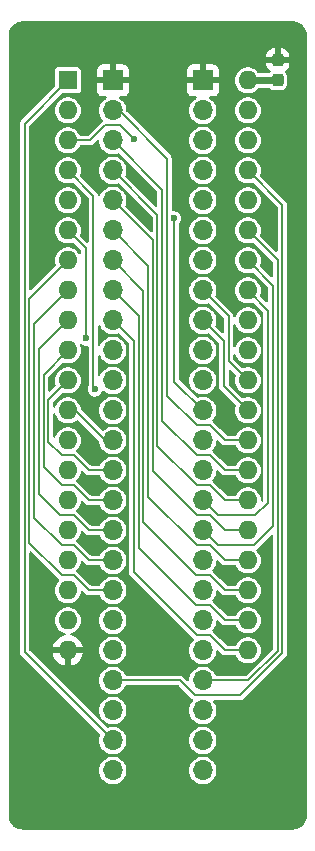
<source format=gbr>
G04 #@! TF.GenerationSoftware,KiCad,Pcbnew,8.0.4+dfsg-1*
G04 #@! TF.CreationDate,2024-12-10T10:47:18+09:00*
G04 #@! TF.ProjectId,bionic-mc146805e2,62696f6e-6963-42d6-9d63-313436383035,8*
G04 #@! TF.SameCoordinates,Original*
G04 #@! TF.FileFunction,Copper,L2,Bot*
G04 #@! TF.FilePolarity,Positive*
%FSLAX46Y46*%
G04 Gerber Fmt 4.6, Leading zero omitted, Abs format (unit mm)*
G04 Created by KiCad (PCBNEW 8.0.4+dfsg-1) date 2024-12-10 10:47:18*
%MOMM*%
%LPD*%
G01*
G04 APERTURE LIST*
G04 Aperture macros list*
%AMRoundRect*
0 Rectangle with rounded corners*
0 $1 Rounding radius*
0 $2 $3 $4 $5 $6 $7 $8 $9 X,Y pos of 4 corners*
0 Add a 4 corners polygon primitive as box body*
4,1,4,$2,$3,$4,$5,$6,$7,$8,$9,$2,$3,0*
0 Add four circle primitives for the rounded corners*
1,1,$1+$1,$2,$3*
1,1,$1+$1,$4,$5*
1,1,$1+$1,$6,$7*
1,1,$1+$1,$8,$9*
0 Add four rect primitives between the rounded corners*
20,1,$1+$1,$2,$3,$4,$5,0*
20,1,$1+$1,$4,$5,$6,$7,0*
20,1,$1+$1,$6,$7,$8,$9,0*
20,1,$1+$1,$8,$9,$2,$3,0*%
G04 Aperture macros list end*
G04 #@! TA.AperFunction,ComponentPad*
%ADD10O,1.700000X1.700000*%
G04 #@! TD*
G04 #@! TA.AperFunction,ComponentPad*
%ADD11R,1.700000X1.700000*%
G04 #@! TD*
G04 #@! TA.AperFunction,ComponentPad*
%ADD12R,1.600000X1.600000*%
G04 #@! TD*
G04 #@! TA.AperFunction,ComponentPad*
%ADD13O,1.600000X1.600000*%
G04 #@! TD*
G04 #@! TA.AperFunction,SMDPad,CuDef*
%ADD14RoundRect,0.237500X0.237500X-0.300000X0.237500X0.300000X-0.237500X0.300000X-0.237500X-0.300000X0*%
G04 #@! TD*
G04 #@! TA.AperFunction,ViaPad*
%ADD15C,0.600000*%
G04 #@! TD*
G04 #@! TA.AperFunction,Conductor*
%ADD16C,0.600000*%
G04 #@! TD*
G04 #@! TA.AperFunction,Conductor*
%ADD17C,0.200000*%
G04 #@! TD*
G04 APERTURE END LIST*
D10*
X117510000Y-133500000D03*
X117510000Y-130960000D03*
X117510000Y-128420000D03*
X117510000Y-125880000D03*
X117510000Y-123340000D03*
X117510000Y-120800000D03*
X117510000Y-118260000D03*
X117510000Y-115720000D03*
X117510000Y-113180000D03*
X117510000Y-110640000D03*
X117510000Y-108100000D03*
X117510000Y-105560000D03*
X117510000Y-103020000D03*
X117510000Y-100480000D03*
X117510000Y-97940000D03*
X117510000Y-95400000D03*
X117510000Y-92860000D03*
X117510000Y-90320000D03*
X117510000Y-87780000D03*
X117510000Y-85240000D03*
X117510000Y-82700000D03*
X117510000Y-80160000D03*
X117510000Y-77620000D03*
D11*
X117510000Y-75080000D03*
X109890000Y-75080000D03*
D10*
X109890000Y-77620000D03*
X109890000Y-80160000D03*
X109890000Y-82700000D03*
X109890000Y-85240000D03*
X109890000Y-87780000D03*
X109890000Y-90320000D03*
X109890000Y-92860000D03*
X109890000Y-95400000D03*
X109890000Y-97940000D03*
X109890000Y-100480000D03*
X109890000Y-103020000D03*
X109890000Y-105560000D03*
X109890000Y-108100000D03*
X109890000Y-110640000D03*
X109890000Y-113180000D03*
X109890000Y-115720000D03*
X109890000Y-118260000D03*
X109890000Y-120800000D03*
X109890000Y-123340000D03*
X109890000Y-125880000D03*
X109890000Y-128420000D03*
X109890000Y-130960000D03*
X109890000Y-133500000D03*
D12*
X106080000Y-75080000D03*
D13*
X106080000Y-77620000D03*
X106080000Y-80160000D03*
X106080000Y-82700000D03*
X106080000Y-85240000D03*
X106080000Y-87780000D03*
X106080000Y-90320000D03*
X106080000Y-92860000D03*
X106080000Y-95400000D03*
X106080000Y-97940000D03*
X106080000Y-100480000D03*
X106080000Y-103020000D03*
X106080000Y-105560000D03*
X106080000Y-108100000D03*
X106080000Y-110640000D03*
X106080000Y-113180000D03*
X106080000Y-115720000D03*
X106080000Y-118260000D03*
X106080000Y-120800000D03*
X106080000Y-123340000D03*
X121320000Y-123340000D03*
X121320000Y-120800000D03*
X121320000Y-118260000D03*
X121320000Y-115720000D03*
X121320000Y-113180000D03*
X121320000Y-110640000D03*
X121320000Y-108100000D03*
X121320000Y-105560000D03*
X121320000Y-103020000D03*
X121320000Y-100480000D03*
X121320000Y-97940000D03*
X121320000Y-95400000D03*
X121320000Y-92860000D03*
X121320000Y-90320000D03*
X121320000Y-87780000D03*
X121320000Y-85240000D03*
X121320000Y-82700000D03*
X121320000Y-80160000D03*
X121320000Y-77620000D03*
X121320000Y-75080000D03*
D14*
X123860000Y-75077800D03*
X123860000Y-73352800D03*
D15*
X113700000Y-132077600D03*
X121320000Y-72921000D03*
X112836400Y-120088800D03*
X107731000Y-102258000D03*
X116113000Y-91590000D03*
X121447000Y-128928000D03*
X114462000Y-124737000D03*
X104200400Y-86916400D03*
X123352000Y-134643000D03*
X111693400Y-80058400D03*
X115068000Y-86764000D03*
X107604000Y-96924000D03*
X108366000Y-101242000D03*
D16*
X123860000Y-75077800D02*
X121322200Y-75077800D01*
D17*
X117002000Y-104290000D02*
X114468000Y-101756000D01*
X110398000Y-77620000D02*
X109890000Y-77620000D01*
X114468000Y-81690000D02*
X110398000Y-77620000D01*
X121320000Y-105560000D02*
X119415000Y-105560000D01*
X118145000Y-104290000D02*
X117002000Y-104290000D01*
X114468000Y-101756000D02*
X114468000Y-81690000D01*
X119415000Y-105560000D02*
X118145000Y-104290000D01*
X118145000Y-106830000D02*
X117002000Y-106830000D01*
X121320000Y-108100000D02*
X119415000Y-108100000D01*
X114068000Y-103896000D02*
X114068000Y-84338000D01*
X117002000Y-106830000D02*
X114068000Y-103896000D01*
X119415000Y-108100000D02*
X118145000Y-106830000D01*
X114068000Y-84338000D02*
X109890000Y-80160000D01*
X118145000Y-109370000D02*
X117002000Y-109370000D01*
X113668000Y-106036000D02*
X113668000Y-86478000D01*
X121320000Y-110640000D02*
X119415000Y-110640000D01*
X119415000Y-110640000D02*
X118145000Y-109370000D01*
X117002000Y-109370000D02*
X113668000Y-106036000D01*
X113668000Y-86478000D02*
X109890000Y-82700000D01*
X119415000Y-113180000D02*
X118145000Y-111910000D01*
X113268000Y-108176000D02*
X113268000Y-88618000D01*
X118145000Y-111910000D02*
X117002000Y-111910000D01*
X121320000Y-113180000D02*
X119415000Y-113180000D01*
X117002000Y-111910000D02*
X113268000Y-108176000D01*
X113268000Y-88618000D02*
X109890000Y-85240000D01*
X119415000Y-115720000D02*
X118145000Y-114450000D01*
X112868000Y-90758000D02*
X109890000Y-87780000D01*
X121320000Y-115720000D02*
X119415000Y-115720000D01*
X112868000Y-110316000D02*
X112868000Y-90758000D01*
X118145000Y-114450000D02*
X117002000Y-114450000D01*
X117002000Y-114450000D02*
X112868000Y-110316000D01*
X121320000Y-118260000D02*
X119415000Y-118260000D01*
X112468000Y-92898000D02*
X109890000Y-90320000D01*
X112468000Y-112506800D02*
X112468000Y-92898000D01*
X116951200Y-116990000D02*
X112468000Y-112506800D01*
X119415000Y-118260000D02*
X118145000Y-116990000D01*
X118145000Y-116990000D02*
X116951200Y-116990000D01*
X119415000Y-120800000D02*
X118145000Y-119530000D01*
X116951200Y-119530000D02*
X112068000Y-114646800D01*
X112068000Y-114646800D02*
X112068000Y-95038000D01*
X112068000Y-95038000D02*
X109890000Y-92860000D01*
X118145000Y-119530000D02*
X116951200Y-119530000D01*
X121320000Y-120800000D02*
X119415000Y-120800000D01*
X111668000Y-116736000D02*
X111668000Y-97178000D01*
X117002000Y-122070000D02*
X111668000Y-116736000D01*
X121320000Y-123340000D02*
X119415000Y-123340000D01*
X118145000Y-122070000D02*
X117002000Y-122070000D01*
X119415000Y-123340000D02*
X118145000Y-122070000D01*
X111668000Y-97178000D02*
X109890000Y-95400000D01*
X106715000Y-103020000D02*
X106080000Y-103020000D01*
X109890000Y-105560000D02*
X109255000Y-105560000D01*
X109255000Y-105560000D02*
X106715000Y-103020000D01*
X109890000Y-108100000D02*
X107858000Y-108100000D01*
X104429000Y-105661700D02*
X104429000Y-102131000D01*
X105597300Y-106830000D02*
X104429000Y-105661700D01*
X104429000Y-102131000D02*
X106080000Y-100480000D01*
X106588000Y-106830000D02*
X105597300Y-106830000D01*
X107858000Y-108100000D02*
X106588000Y-106830000D01*
X107858000Y-110640000D02*
X109890000Y-110640000D01*
X106588000Y-109370000D02*
X107858000Y-110640000D01*
X106080000Y-97940000D02*
X104029000Y-99991000D01*
X104029000Y-99991000D02*
X104029000Y-107827000D01*
X104029000Y-107827000D02*
X105572000Y-109370000D01*
X105572000Y-109370000D02*
X106588000Y-109370000D01*
X105445000Y-111910000D02*
X103629000Y-110094000D01*
X103629000Y-97851000D02*
X106080000Y-95400000D01*
X106588000Y-111910000D02*
X105445000Y-111910000D01*
X109890000Y-113180000D02*
X107858000Y-113180000D01*
X103629000Y-110094000D02*
X103629000Y-97851000D01*
X107858000Y-113180000D02*
X106588000Y-111910000D01*
X105572000Y-114450000D02*
X103229000Y-112107000D01*
X103229000Y-112107000D02*
X103229000Y-95711000D01*
X109890000Y-115720000D02*
X107858000Y-115720000D01*
X106588000Y-114450000D02*
X105572000Y-114450000D01*
X103229000Y-95711000D02*
X106080000Y-92860000D01*
X107858000Y-115720000D02*
X106588000Y-114450000D01*
X106588000Y-116990000D02*
X105572000Y-116990000D01*
X107858000Y-118260000D02*
X106588000Y-116990000D01*
X102829000Y-93571000D02*
X106080000Y-90320000D01*
X102829000Y-114247000D02*
X102829000Y-93571000D01*
X105572000Y-116990000D02*
X102829000Y-114247000D01*
X109890000Y-118260000D02*
X107858000Y-118260000D01*
X116875000Y-127150000D02*
X120685000Y-127150000D01*
X115605000Y-125880000D02*
X116875000Y-127150000D01*
X109890000Y-125880000D02*
X115605000Y-125880000D01*
X120685000Y-127150000D02*
X124247200Y-123587800D01*
X124247200Y-85627200D02*
X121320000Y-82700000D01*
X124247200Y-123587800D02*
X124247200Y-85627200D01*
X106080000Y-75080000D02*
X102429000Y-78731000D01*
X102429000Y-78731000D02*
X102429000Y-123499000D01*
X102429000Y-123499000D02*
X109890000Y-130960000D01*
X123847200Y-90307200D02*
X123847200Y-123403600D01*
X121320000Y-87780000D02*
X123847200Y-90307200D01*
X121370800Y-125880000D02*
X117510000Y-125880000D01*
X123847200Y-123403600D02*
X121370800Y-125880000D01*
X123447200Y-112830800D02*
X121828000Y-114450000D01*
X121320000Y-90320000D02*
X123447200Y-92447200D01*
X118780000Y-114450000D02*
X117510000Y-113180000D01*
X123447200Y-92447200D02*
X123447200Y-112830800D01*
X121828000Y-114450000D02*
X118780000Y-114450000D01*
X121320000Y-92860000D02*
X123047200Y-94587200D01*
X123047200Y-110817800D02*
X121955000Y-111910000D01*
X121955000Y-111910000D02*
X118780000Y-111910000D01*
X123047200Y-94587200D02*
X123047200Y-110817800D01*
X118780000Y-111910000D02*
X117510000Y-110640000D01*
X110525000Y-78890000D02*
X109255000Y-78890000D01*
X109255000Y-78890000D02*
X107985000Y-80160000D01*
X107985000Y-80160000D02*
X106080000Y-80160000D01*
X111693400Y-80058400D02*
X110525000Y-78890000D01*
X115071600Y-86767600D02*
X115071600Y-100581600D01*
X115071600Y-100581600D02*
X117510000Y-103020000D01*
X115068000Y-86764000D02*
X115071600Y-86767600D01*
X107604000Y-96924000D02*
X107604000Y-89304000D01*
X107604000Y-89304000D02*
X106080000Y-87780000D01*
X119288000Y-100988000D02*
X121320000Y-103020000D01*
X119288000Y-97178000D02*
X119288000Y-100988000D01*
X117510000Y-95400000D02*
X119288000Y-97178000D01*
X117510000Y-92860000D02*
X119688000Y-95038000D01*
X119688000Y-98848000D02*
X121320000Y-100480000D01*
X119688000Y-95038000D02*
X119688000Y-98848000D01*
X108239000Y-84859000D02*
X106080000Y-82700000D01*
X108239000Y-101115000D02*
X108239000Y-84859000D01*
X108366000Y-101242000D02*
X108239000Y-101115000D01*
G04 #@! TA.AperFunction,Conductor*
G36*
X125133875Y-70075805D02*
G01*
X125309097Y-70089594D01*
X125324430Y-70092023D01*
X125491550Y-70132145D01*
X125506317Y-70136943D01*
X125665104Y-70202715D01*
X125678926Y-70209758D01*
X125825469Y-70299560D01*
X125838032Y-70308688D01*
X125968717Y-70420303D01*
X125979699Y-70431285D01*
X126091311Y-70561967D01*
X126100440Y-70574532D01*
X126190238Y-70721068D01*
X126197287Y-70734902D01*
X126263054Y-70893678D01*
X126267855Y-70908453D01*
X126307975Y-71075564D01*
X126310405Y-71090907D01*
X126324195Y-71266123D01*
X126324500Y-71273891D01*
X126324500Y-137306108D01*
X126324195Y-137313876D01*
X126310405Y-137489092D01*
X126307975Y-137504435D01*
X126267855Y-137671546D01*
X126263054Y-137686321D01*
X126197287Y-137845097D01*
X126190234Y-137858939D01*
X126100442Y-138005465D01*
X126091311Y-138018032D01*
X125979699Y-138148714D01*
X125968714Y-138159699D01*
X125838032Y-138271311D01*
X125825465Y-138280442D01*
X125678939Y-138370234D01*
X125665097Y-138377287D01*
X125506321Y-138443054D01*
X125491546Y-138447855D01*
X125324435Y-138487975D01*
X125309092Y-138490405D01*
X125149743Y-138502946D01*
X125133874Y-138504195D01*
X125126108Y-138504500D01*
X102273892Y-138504500D01*
X102266125Y-138504195D01*
X102247014Y-138502691D01*
X102090907Y-138490405D01*
X102075564Y-138487975D01*
X101908453Y-138447855D01*
X101893678Y-138443054D01*
X101734902Y-138377287D01*
X101721068Y-138370238D01*
X101574532Y-138280440D01*
X101561967Y-138271311D01*
X101462706Y-138186535D01*
X101431282Y-138159696D01*
X101420303Y-138148717D01*
X101308688Y-138018032D01*
X101299560Y-138005469D01*
X101209758Y-137858926D01*
X101202715Y-137845104D01*
X101136943Y-137686317D01*
X101132144Y-137671546D01*
X101092024Y-137504435D01*
X101089594Y-137489097D01*
X101075805Y-137313875D01*
X101075500Y-137306108D01*
X101075500Y-133500000D01*
X108734571Y-133500000D01*
X108754244Y-133712310D01*
X108812595Y-133917389D01*
X108907634Y-134108255D01*
X109036128Y-134278407D01*
X109036135Y-134278413D01*
X109193692Y-134422047D01*
X109193699Y-134422053D01*
X109297389Y-134486255D01*
X109374981Y-134534298D01*
X109573802Y-134611321D01*
X109783390Y-134650500D01*
X109996610Y-134650500D01*
X110206198Y-134611321D01*
X110405019Y-134534298D01*
X110586302Y-134422052D01*
X110743872Y-134278407D01*
X110872366Y-134108255D01*
X110967405Y-133917389D01*
X111025756Y-133712310D01*
X111045429Y-133500000D01*
X116354571Y-133500000D01*
X116374244Y-133712310D01*
X116432595Y-133917389D01*
X116527634Y-134108255D01*
X116656128Y-134278407D01*
X116656135Y-134278413D01*
X116813692Y-134422047D01*
X116813699Y-134422053D01*
X116917389Y-134486255D01*
X116994981Y-134534298D01*
X117193802Y-134611321D01*
X117403390Y-134650500D01*
X117616610Y-134650500D01*
X117826198Y-134611321D01*
X118025019Y-134534298D01*
X118206302Y-134422052D01*
X118363872Y-134278407D01*
X118492366Y-134108255D01*
X118587405Y-133917389D01*
X118645756Y-133712310D01*
X118665429Y-133500000D01*
X118645756Y-133287690D01*
X118587405Y-133082611D01*
X118492366Y-132891745D01*
X118363872Y-132721593D01*
X118309623Y-132672139D01*
X118206307Y-132577952D01*
X118206300Y-132577946D01*
X118025024Y-132465705D01*
X118025019Y-132465702D01*
X117826195Y-132388678D01*
X117616610Y-132349500D01*
X117403390Y-132349500D01*
X117193804Y-132388678D01*
X116994980Y-132465702D01*
X116994975Y-132465705D01*
X116813699Y-132577946D01*
X116813692Y-132577952D01*
X116656135Y-132721586D01*
X116656131Y-132721589D01*
X116656128Y-132721593D01*
X116656125Y-132721597D01*
X116527635Y-132891743D01*
X116527630Y-132891752D01*
X116432596Y-133082608D01*
X116374244Y-133287688D01*
X116374244Y-133287690D01*
X116354571Y-133500000D01*
X111045429Y-133500000D01*
X111025756Y-133287690D01*
X110967405Y-133082611D01*
X110872366Y-132891745D01*
X110743872Y-132721593D01*
X110689623Y-132672139D01*
X110586307Y-132577952D01*
X110586300Y-132577946D01*
X110405024Y-132465705D01*
X110405019Y-132465702D01*
X110206195Y-132388678D01*
X109996610Y-132349500D01*
X109783390Y-132349500D01*
X109573804Y-132388678D01*
X109374980Y-132465702D01*
X109374975Y-132465705D01*
X109193699Y-132577946D01*
X109193692Y-132577952D01*
X109036135Y-132721586D01*
X109036131Y-132721589D01*
X109036128Y-132721593D01*
X109036125Y-132721597D01*
X108907635Y-132891743D01*
X108907630Y-132891752D01*
X108812596Y-133082608D01*
X108754244Y-133287688D01*
X108754244Y-133287690D01*
X108734571Y-133500000D01*
X101075500Y-133500000D01*
X101075500Y-78678273D01*
X102028500Y-78678273D01*
X102028500Y-123446273D01*
X102028500Y-123551727D01*
X102052293Y-123640526D01*
X102055794Y-123653592D01*
X102108516Y-123744908D01*
X102108517Y-123744909D01*
X102108518Y-123744910D01*
X102108520Y-123744913D01*
X105633107Y-127269500D01*
X108793348Y-130429741D01*
X108821125Y-130484258D01*
X108812904Y-130537818D01*
X108814249Y-130538339D01*
X108812598Y-130542598D01*
X108754244Y-130747688D01*
X108754244Y-130747690D01*
X108734571Y-130960000D01*
X108754244Y-131172310D01*
X108812595Y-131377389D01*
X108907634Y-131568255D01*
X109036128Y-131738407D01*
X109036135Y-131738413D01*
X109193692Y-131882047D01*
X109193699Y-131882053D01*
X109297389Y-131946255D01*
X109374981Y-131994298D01*
X109573802Y-132071321D01*
X109783390Y-132110500D01*
X109996610Y-132110500D01*
X110206198Y-132071321D01*
X110405019Y-131994298D01*
X110586302Y-131882052D01*
X110743872Y-131738407D01*
X110872366Y-131568255D01*
X110967405Y-131377389D01*
X111025756Y-131172310D01*
X111045429Y-130960000D01*
X116354571Y-130960000D01*
X116374244Y-131172310D01*
X116432595Y-131377389D01*
X116527634Y-131568255D01*
X116656128Y-131738407D01*
X116656135Y-131738413D01*
X116813692Y-131882047D01*
X116813699Y-131882053D01*
X116917389Y-131946255D01*
X116994981Y-131994298D01*
X117193802Y-132071321D01*
X117403390Y-132110500D01*
X117616610Y-132110500D01*
X117826198Y-132071321D01*
X118025019Y-131994298D01*
X118206302Y-131882052D01*
X118363872Y-131738407D01*
X118492366Y-131568255D01*
X118587405Y-131377389D01*
X118645756Y-131172310D01*
X118665429Y-130960000D01*
X118645756Y-130747690D01*
X118587405Y-130542611D01*
X118492366Y-130351745D01*
X118363872Y-130181593D01*
X118309623Y-130132139D01*
X118206307Y-130037952D01*
X118206300Y-130037946D01*
X118025024Y-129925705D01*
X118025019Y-129925702D01*
X117939657Y-129892633D01*
X117826198Y-129848679D01*
X117826197Y-129848678D01*
X117826195Y-129848678D01*
X117616610Y-129809500D01*
X117403390Y-129809500D01*
X117193804Y-129848678D01*
X116994980Y-129925702D01*
X116994975Y-129925705D01*
X116813699Y-130037946D01*
X116813692Y-130037952D01*
X116656135Y-130181586D01*
X116656131Y-130181589D01*
X116656128Y-130181593D01*
X116656125Y-130181597D01*
X116527635Y-130351743D01*
X116527630Y-130351752D01*
X116432596Y-130542608D01*
X116374244Y-130747688D01*
X116374244Y-130747690D01*
X116354571Y-130960000D01*
X111045429Y-130960000D01*
X111025756Y-130747690D01*
X110967405Y-130542611D01*
X110872366Y-130351745D01*
X110743872Y-130181593D01*
X110689623Y-130132139D01*
X110586307Y-130037952D01*
X110586300Y-130037946D01*
X110405024Y-129925705D01*
X110405019Y-129925702D01*
X110319657Y-129892633D01*
X110206198Y-129848679D01*
X110206197Y-129848678D01*
X110206195Y-129848678D01*
X109996610Y-129809500D01*
X109783390Y-129809500D01*
X109573802Y-129848678D01*
X109469091Y-129889243D01*
X109408000Y-129892633D01*
X109363325Y-129866932D01*
X107916393Y-128420000D01*
X108734571Y-128420000D01*
X108754244Y-128632310D01*
X108812595Y-128837389D01*
X108907634Y-129028255D01*
X109036128Y-129198407D01*
X109036135Y-129198413D01*
X109193692Y-129342047D01*
X109193699Y-129342053D01*
X109297389Y-129406255D01*
X109374981Y-129454298D01*
X109573802Y-129531321D01*
X109783390Y-129570500D01*
X109996610Y-129570500D01*
X110206198Y-129531321D01*
X110405019Y-129454298D01*
X110586302Y-129342052D01*
X110743872Y-129198407D01*
X110872366Y-129028255D01*
X110967405Y-128837389D01*
X111025756Y-128632310D01*
X111045429Y-128420000D01*
X111025756Y-128207690D01*
X110967405Y-128002611D01*
X110872366Y-127811745D01*
X110743872Y-127641593D01*
X110649902Y-127555927D01*
X110586307Y-127497952D01*
X110586300Y-127497946D01*
X110405024Y-127385705D01*
X110405019Y-127385702D01*
X110206195Y-127308678D01*
X109996610Y-127269500D01*
X109783390Y-127269500D01*
X109573804Y-127308678D01*
X109374980Y-127385702D01*
X109374975Y-127385705D01*
X109193699Y-127497946D01*
X109193692Y-127497952D01*
X109036135Y-127641586D01*
X109036131Y-127641589D01*
X109036128Y-127641593D01*
X109036125Y-127641597D01*
X108907635Y-127811743D01*
X108907630Y-127811752D01*
X108812596Y-128002608D01*
X108754244Y-128207688D01*
X108754244Y-128207690D01*
X108734571Y-128420000D01*
X107916393Y-128420000D01*
X102858496Y-123362103D01*
X102830719Y-123307586D01*
X102829500Y-123292099D01*
X102829500Y-123090000D01*
X104801128Y-123090000D01*
X105764314Y-123090000D01*
X105759920Y-123094394D01*
X105707259Y-123185606D01*
X105680000Y-123287339D01*
X105680000Y-123392661D01*
X105707259Y-123494394D01*
X105759920Y-123585606D01*
X105764314Y-123590000D01*
X104801128Y-123590000D01*
X104853733Y-123786323D01*
X104949865Y-123992481D01*
X105080334Y-124178811D01*
X105241188Y-124339665D01*
X105427518Y-124470134D01*
X105633676Y-124566266D01*
X105830000Y-124618872D01*
X105830000Y-123655686D01*
X105834394Y-123660080D01*
X105925606Y-123712741D01*
X106027339Y-123740000D01*
X106132661Y-123740000D01*
X106234394Y-123712741D01*
X106325606Y-123660080D01*
X106330000Y-123655686D01*
X106330000Y-124618871D01*
X106526323Y-124566266D01*
X106732481Y-124470134D01*
X106918811Y-124339665D01*
X107079665Y-124178811D01*
X107210134Y-123992481D01*
X107306266Y-123786323D01*
X107358872Y-123590000D01*
X106395686Y-123590000D01*
X106400080Y-123585606D01*
X106452741Y-123494394D01*
X106480000Y-123392661D01*
X106480000Y-123340000D01*
X108734571Y-123340000D01*
X108754244Y-123552310D01*
X108812595Y-123757389D01*
X108907634Y-123948255D01*
X109036128Y-124118407D01*
X109036135Y-124118413D01*
X109193692Y-124262047D01*
X109193699Y-124262053D01*
X109297389Y-124326255D01*
X109374981Y-124374298D01*
X109573802Y-124451321D01*
X109783390Y-124490500D01*
X109996610Y-124490500D01*
X110206198Y-124451321D01*
X110405019Y-124374298D01*
X110586302Y-124262052D01*
X110743872Y-124118407D01*
X110872366Y-123948255D01*
X110967405Y-123757389D01*
X111025756Y-123552310D01*
X111045429Y-123340000D01*
X111025756Y-123127690D01*
X110967405Y-122922611D01*
X110872366Y-122731745D01*
X110743872Y-122561593D01*
X110677611Y-122501188D01*
X110586307Y-122417952D01*
X110586300Y-122417946D01*
X110405024Y-122305705D01*
X110405019Y-122305702D01*
X110206195Y-122228678D01*
X109996610Y-122189500D01*
X109783390Y-122189500D01*
X109573804Y-122228678D01*
X109374980Y-122305702D01*
X109374975Y-122305705D01*
X109193699Y-122417946D01*
X109193692Y-122417952D01*
X109036135Y-122561586D01*
X109036131Y-122561589D01*
X109036128Y-122561593D01*
X109036125Y-122561597D01*
X108907635Y-122731743D01*
X108907630Y-122731752D01*
X108812596Y-122922608D01*
X108754244Y-123127688D01*
X108744050Y-123237707D01*
X108734571Y-123340000D01*
X106480000Y-123340000D01*
X106480000Y-123287339D01*
X106452741Y-123185606D01*
X106400080Y-123094394D01*
X106395686Y-123090000D01*
X107358872Y-123090000D01*
X107306266Y-122893676D01*
X107210134Y-122687518D01*
X107079665Y-122501188D01*
X106918811Y-122340334D01*
X106732481Y-122209865D01*
X106526323Y-122113733D01*
X106337151Y-122063044D01*
X106285836Y-122029720D01*
X106263910Y-121972598D01*
X106279746Y-121913498D01*
X106327296Y-121874992D01*
X106344568Y-121870106D01*
X106382456Y-121863024D01*
X106572637Y-121789348D01*
X106746041Y-121681981D01*
X106896764Y-121544579D01*
X107019673Y-121381821D01*
X107110582Y-121199250D01*
X107166397Y-121003083D01*
X107185215Y-120800000D01*
X108734571Y-120800000D01*
X108754244Y-121012310D01*
X108812595Y-121217389D01*
X108907634Y-121408255D01*
X109036128Y-121578407D01*
X109036135Y-121578413D01*
X109193692Y-121722047D01*
X109193699Y-121722053D01*
X109238057Y-121749518D01*
X109374981Y-121834298D01*
X109573802Y-121911321D01*
X109783390Y-121950500D01*
X109996610Y-121950500D01*
X110206198Y-121911321D01*
X110405019Y-121834298D01*
X110586302Y-121722052D01*
X110743872Y-121578407D01*
X110872366Y-121408255D01*
X110967405Y-121217389D01*
X111025756Y-121012310D01*
X111045429Y-120800000D01*
X111025756Y-120587690D01*
X110967405Y-120382611D01*
X110872366Y-120191745D01*
X110743872Y-120021593D01*
X110674314Y-119958182D01*
X110586307Y-119877952D01*
X110586300Y-119877946D01*
X110405024Y-119765705D01*
X110405019Y-119765702D01*
X110206195Y-119688678D01*
X109996610Y-119649500D01*
X109783390Y-119649500D01*
X109573804Y-119688678D01*
X109374980Y-119765702D01*
X109374975Y-119765705D01*
X109193699Y-119877946D01*
X109193692Y-119877952D01*
X109036135Y-120021586D01*
X109036131Y-120021589D01*
X109036128Y-120021593D01*
X109036125Y-120021597D01*
X108907635Y-120191743D01*
X108907630Y-120191752D01*
X108812596Y-120382608D01*
X108754244Y-120587688D01*
X108754244Y-120587690D01*
X108734571Y-120800000D01*
X107185215Y-120800000D01*
X107166397Y-120596917D01*
X107110582Y-120400750D01*
X107019673Y-120218179D01*
X106896764Y-120055421D01*
X106746041Y-119918019D01*
X106572637Y-119810652D01*
X106382456Y-119736976D01*
X106382455Y-119736975D01*
X106382453Y-119736975D01*
X106181976Y-119699500D01*
X105978024Y-119699500D01*
X105777546Y-119736975D01*
X105707632Y-119764059D01*
X105587363Y-119810652D01*
X105478676Y-119877948D01*
X105413959Y-119918019D01*
X105263237Y-120055420D01*
X105140328Y-120218177D01*
X105140323Y-120218186D01*
X105050040Y-120399500D01*
X105049418Y-120400750D01*
X104993603Y-120596917D01*
X104974785Y-120800000D01*
X104993603Y-121003083D01*
X105049418Y-121199250D01*
X105140327Y-121381821D01*
X105263236Y-121544579D01*
X105413959Y-121681981D01*
X105587363Y-121789348D01*
X105777544Y-121863024D01*
X105815418Y-121870103D01*
X105869141Y-121899380D01*
X105895398Y-121954645D01*
X105884156Y-122014789D01*
X105839709Y-122056838D01*
X105822848Y-122063044D01*
X105633676Y-122113733D01*
X105427518Y-122209865D01*
X105241188Y-122340334D01*
X105080334Y-122501188D01*
X104949865Y-122687518D01*
X104853733Y-122893676D01*
X104801128Y-123090000D01*
X102829500Y-123090000D01*
X102829500Y-115052900D01*
X102848407Y-114994709D01*
X102897907Y-114958745D01*
X102959093Y-114958745D01*
X102998501Y-114982894D01*
X105326087Y-117310480D01*
X105326089Y-117310481D01*
X105330008Y-117314400D01*
X105357785Y-117368917D01*
X105348214Y-117429349D01*
X105326700Y-117457565D01*
X105263239Y-117515417D01*
X105140328Y-117678177D01*
X105140323Y-117678186D01*
X105050040Y-117859500D01*
X105049418Y-117860750D01*
X104993603Y-118056917D01*
X104974785Y-118260000D01*
X104993603Y-118463083D01*
X105049418Y-118659250D01*
X105140327Y-118841821D01*
X105263236Y-119004579D01*
X105413959Y-119141981D01*
X105587363Y-119249348D01*
X105777544Y-119323024D01*
X105978024Y-119360500D01*
X106181976Y-119360500D01*
X106382456Y-119323024D01*
X106572637Y-119249348D01*
X106746041Y-119141981D01*
X106896764Y-119004579D01*
X107019673Y-118841821D01*
X107110582Y-118659250D01*
X107166397Y-118463083D01*
X107174779Y-118372619D01*
X107198974Y-118316425D01*
X107251581Y-118285181D01*
X107312505Y-118290826D01*
X107343359Y-118311753D01*
X107612086Y-118580479D01*
X107612091Y-118580483D01*
X107703408Y-118633205D01*
X107703406Y-118633205D01*
X107703410Y-118633206D01*
X107703412Y-118633207D01*
X107805273Y-118660500D01*
X108742887Y-118660500D01*
X108801078Y-118679407D01*
X108831508Y-118715372D01*
X108907634Y-118868255D01*
X109036128Y-119038407D01*
X109036135Y-119038413D01*
X109193692Y-119182047D01*
X109193699Y-119182053D01*
X109238057Y-119209518D01*
X109374981Y-119294298D01*
X109573802Y-119371321D01*
X109783390Y-119410500D01*
X109996610Y-119410500D01*
X110206198Y-119371321D01*
X110405019Y-119294298D01*
X110586302Y-119182052D01*
X110743872Y-119038407D01*
X110872366Y-118868255D01*
X110967405Y-118677389D01*
X111025756Y-118472310D01*
X111045429Y-118260000D01*
X111025756Y-118047690D01*
X110967405Y-117842611D01*
X110872366Y-117651745D01*
X110743872Y-117481593D01*
X110674314Y-117418182D01*
X110586307Y-117337952D01*
X110586300Y-117337946D01*
X110405024Y-117225705D01*
X110405019Y-117225702D01*
X110206195Y-117148678D01*
X109996610Y-117109500D01*
X109783390Y-117109500D01*
X109573804Y-117148678D01*
X109374980Y-117225702D01*
X109374975Y-117225705D01*
X109193699Y-117337946D01*
X109193692Y-117337952D01*
X109036135Y-117481586D01*
X109036131Y-117481589D01*
X109036128Y-117481593D01*
X109036125Y-117481597D01*
X108907635Y-117651743D01*
X108907630Y-117651752D01*
X108831508Y-117804628D01*
X108788646Y-117848290D01*
X108742887Y-117859500D01*
X108064901Y-117859500D01*
X108006710Y-117840593D01*
X107994897Y-117830504D01*
X107435045Y-117270652D01*
X106833913Y-116669520D01*
X106833910Y-116669518D01*
X106829991Y-116665599D01*
X106802214Y-116611082D01*
X106811785Y-116550650D01*
X106833297Y-116522436D01*
X106896764Y-116464579D01*
X107019673Y-116301821D01*
X107110582Y-116119250D01*
X107166397Y-115923083D01*
X107174779Y-115832619D01*
X107198974Y-115776425D01*
X107251581Y-115745181D01*
X107312505Y-115750826D01*
X107343359Y-115771753D01*
X107612086Y-116040479D01*
X107612091Y-116040483D01*
X107703408Y-116093205D01*
X107703406Y-116093205D01*
X107703410Y-116093206D01*
X107703412Y-116093207D01*
X107805273Y-116120500D01*
X107910727Y-116120500D01*
X108742887Y-116120500D01*
X108801078Y-116139407D01*
X108831508Y-116175372D01*
X108907634Y-116328255D01*
X109036128Y-116498407D01*
X109098186Y-116554981D01*
X109193692Y-116642047D01*
X109193699Y-116642053D01*
X109238057Y-116669518D01*
X109374981Y-116754298D01*
X109573802Y-116831321D01*
X109783390Y-116870500D01*
X109996610Y-116870500D01*
X110206198Y-116831321D01*
X110405019Y-116754298D01*
X110586302Y-116642052D01*
X110743872Y-116498407D01*
X110872366Y-116328255D01*
X110967405Y-116137389D01*
X111025756Y-115932310D01*
X111045429Y-115720000D01*
X111025756Y-115507690D01*
X110967405Y-115302611D01*
X110872366Y-115111745D01*
X110743872Y-114941593D01*
X110659185Y-114864390D01*
X110586307Y-114797952D01*
X110586300Y-114797946D01*
X110405024Y-114685705D01*
X110405019Y-114685702D01*
X110206195Y-114608678D01*
X109996610Y-114569500D01*
X109783390Y-114569500D01*
X109573804Y-114608678D01*
X109374980Y-114685702D01*
X109374975Y-114685705D01*
X109193699Y-114797946D01*
X109193692Y-114797952D01*
X109036135Y-114941586D01*
X109036131Y-114941589D01*
X109036128Y-114941593D01*
X109036125Y-114941597D01*
X108907635Y-115111743D01*
X108907630Y-115111752D01*
X108831508Y-115264628D01*
X108788646Y-115308290D01*
X108742887Y-115319500D01*
X108064901Y-115319500D01*
X108006710Y-115300593D01*
X107994897Y-115290504D01*
X107443400Y-114739007D01*
X106833913Y-114129520D01*
X106833910Y-114129518D01*
X106829991Y-114125599D01*
X106802214Y-114071082D01*
X106811785Y-114010650D01*
X106833297Y-113982436D01*
X106896764Y-113924579D01*
X107019673Y-113761821D01*
X107110582Y-113579250D01*
X107166397Y-113383083D01*
X107174779Y-113292619D01*
X107198974Y-113236425D01*
X107251581Y-113205181D01*
X107312505Y-113210826D01*
X107343359Y-113231753D01*
X107612086Y-113500479D01*
X107612091Y-113500483D01*
X107703408Y-113553205D01*
X107703406Y-113553205D01*
X107703410Y-113553206D01*
X107703412Y-113553207D01*
X107805273Y-113580500D01*
X107910727Y-113580500D01*
X108742887Y-113580500D01*
X108801078Y-113599407D01*
X108831508Y-113635372D01*
X108907634Y-113788255D01*
X109036128Y-113958407D01*
X109104245Y-114020504D01*
X109193692Y-114102047D01*
X109193699Y-114102053D01*
X109238060Y-114129520D01*
X109374981Y-114214298D01*
X109573802Y-114291321D01*
X109783390Y-114330500D01*
X109996610Y-114330500D01*
X110206198Y-114291321D01*
X110405019Y-114214298D01*
X110586302Y-114102052D01*
X110743872Y-113958407D01*
X110872366Y-113788255D01*
X110967405Y-113597389D01*
X111025756Y-113392310D01*
X111045429Y-113180000D01*
X111025756Y-112967690D01*
X110967405Y-112762611D01*
X110872366Y-112571745D01*
X110743872Y-112401593D01*
X110664688Y-112329407D01*
X110586307Y-112257952D01*
X110586300Y-112257946D01*
X110405024Y-112145705D01*
X110405019Y-112145702D01*
X110206195Y-112068678D01*
X109996610Y-112029500D01*
X109783390Y-112029500D01*
X109573804Y-112068678D01*
X109374980Y-112145702D01*
X109374975Y-112145705D01*
X109193699Y-112257946D01*
X109193692Y-112257952D01*
X109036135Y-112401586D01*
X109036131Y-112401589D01*
X109036128Y-112401593D01*
X109036125Y-112401597D01*
X108907635Y-112571743D01*
X108907630Y-112571752D01*
X108831508Y-112724628D01*
X108788646Y-112768290D01*
X108742887Y-112779500D01*
X108064901Y-112779500D01*
X108006710Y-112760593D01*
X107994897Y-112750504D01*
X107443400Y-112199007D01*
X106833913Y-111589520D01*
X106833910Y-111589518D01*
X106829991Y-111585599D01*
X106802214Y-111531082D01*
X106811785Y-111470650D01*
X106833297Y-111442436D01*
X106896764Y-111384579D01*
X107019673Y-111221821D01*
X107110582Y-111039250D01*
X107166397Y-110843083D01*
X107174779Y-110752619D01*
X107198974Y-110696425D01*
X107251581Y-110665181D01*
X107312505Y-110670826D01*
X107343359Y-110691753D01*
X107612086Y-110960479D01*
X107612091Y-110960483D01*
X107703408Y-111013205D01*
X107703406Y-111013205D01*
X107703410Y-111013206D01*
X107703412Y-111013207D01*
X107805273Y-111040500D01*
X107910727Y-111040500D01*
X108742887Y-111040500D01*
X108801078Y-111059407D01*
X108831508Y-111095372D01*
X108907634Y-111248255D01*
X109036128Y-111418407D01*
X109104245Y-111480504D01*
X109193692Y-111562047D01*
X109193699Y-111562053D01*
X109238060Y-111589520D01*
X109374981Y-111674298D01*
X109573802Y-111751321D01*
X109783390Y-111790500D01*
X109996610Y-111790500D01*
X110206198Y-111751321D01*
X110405019Y-111674298D01*
X110586302Y-111562052D01*
X110743872Y-111418407D01*
X110872366Y-111248255D01*
X110967405Y-111057389D01*
X111025756Y-110852310D01*
X111045429Y-110640000D01*
X111025756Y-110427690D01*
X110967405Y-110222611D01*
X110872366Y-110031745D01*
X110743872Y-109861593D01*
X110678691Y-109802172D01*
X110586307Y-109717952D01*
X110586300Y-109717946D01*
X110405024Y-109605705D01*
X110405019Y-109605702D01*
X110206195Y-109528678D01*
X109996610Y-109489500D01*
X109783390Y-109489500D01*
X109573804Y-109528678D01*
X109374980Y-109605702D01*
X109374975Y-109605705D01*
X109193699Y-109717946D01*
X109193692Y-109717952D01*
X109036135Y-109861586D01*
X109036131Y-109861589D01*
X109036128Y-109861593D01*
X109036125Y-109861597D01*
X108907635Y-110031743D01*
X108907630Y-110031752D01*
X108831508Y-110184628D01*
X108788646Y-110228290D01*
X108742887Y-110239500D01*
X108064901Y-110239500D01*
X108006710Y-110220593D01*
X107994897Y-110210504D01*
X107435045Y-109650652D01*
X106833913Y-109049520D01*
X106833910Y-109049518D01*
X106829991Y-109045599D01*
X106802214Y-108991082D01*
X106811785Y-108930650D01*
X106833297Y-108902436D01*
X106896764Y-108844579D01*
X107019673Y-108681821D01*
X107110582Y-108499250D01*
X107166397Y-108303083D01*
X107174779Y-108212619D01*
X107198974Y-108156425D01*
X107251581Y-108125181D01*
X107312505Y-108130826D01*
X107343359Y-108151753D01*
X107612086Y-108420479D01*
X107612091Y-108420483D01*
X107703408Y-108473205D01*
X107703406Y-108473205D01*
X107703410Y-108473206D01*
X107703412Y-108473207D01*
X107805273Y-108500500D01*
X107910727Y-108500500D01*
X108742887Y-108500500D01*
X108801078Y-108519407D01*
X108831508Y-108555372D01*
X108841137Y-108574709D01*
X108907634Y-108708255D01*
X109036128Y-108878407D01*
X109098186Y-108934981D01*
X109193692Y-109022047D01*
X109193699Y-109022053D01*
X109238057Y-109049518D01*
X109374981Y-109134298D01*
X109573802Y-109211321D01*
X109783390Y-109250500D01*
X109996610Y-109250500D01*
X110206198Y-109211321D01*
X110405019Y-109134298D01*
X110586302Y-109022052D01*
X110743872Y-108878407D01*
X110872366Y-108708255D01*
X110967405Y-108517389D01*
X111025756Y-108312310D01*
X111045429Y-108100000D01*
X111025756Y-107887690D01*
X110967405Y-107682611D01*
X110872366Y-107491745D01*
X110743872Y-107321593D01*
X110673329Y-107257284D01*
X110586307Y-107177952D01*
X110586300Y-107177946D01*
X110405024Y-107065705D01*
X110405019Y-107065702D01*
X110206195Y-106988678D01*
X109996610Y-106949500D01*
X109783390Y-106949500D01*
X109573804Y-106988678D01*
X109374980Y-107065702D01*
X109374975Y-107065705D01*
X109193699Y-107177946D01*
X109193692Y-107177952D01*
X109036135Y-107321586D01*
X109036131Y-107321589D01*
X109036128Y-107321593D01*
X109036125Y-107321597D01*
X108907635Y-107491743D01*
X108907630Y-107491752D01*
X108831508Y-107644628D01*
X108788646Y-107688290D01*
X108742887Y-107699500D01*
X108064901Y-107699500D01*
X108006710Y-107680593D01*
X107994897Y-107670504D01*
X107435045Y-107110652D01*
X106833913Y-106509520D01*
X106833910Y-106509518D01*
X106829991Y-106505599D01*
X106802214Y-106451082D01*
X106811785Y-106390650D01*
X106833297Y-106362436D01*
X106896764Y-106304579D01*
X107019673Y-106141821D01*
X107110582Y-105959250D01*
X107166397Y-105763083D01*
X107185215Y-105560000D01*
X107166397Y-105356917D01*
X107110582Y-105160750D01*
X107019673Y-104978179D01*
X106896764Y-104815421D01*
X106746041Y-104678019D01*
X106572637Y-104570652D01*
X106382456Y-104496976D01*
X106382455Y-104496975D01*
X106382453Y-104496975D01*
X106181976Y-104459500D01*
X105978024Y-104459500D01*
X105777546Y-104496975D01*
X105707632Y-104524059D01*
X105587363Y-104570652D01*
X105469372Y-104643709D01*
X105413959Y-104678019D01*
X105263237Y-104815420D01*
X105140328Y-104978177D01*
X105140323Y-104978186D01*
X105050040Y-105159500D01*
X105049418Y-105160750D01*
X105031430Y-105223973D01*
X105023721Y-105251066D01*
X104989610Y-105301861D01*
X104932158Y-105322905D01*
X104873308Y-105306161D01*
X104835540Y-105258024D01*
X104829500Y-105223973D01*
X104829500Y-103356026D01*
X104848407Y-103297835D01*
X104897907Y-103261871D01*
X104959093Y-103261871D01*
X105008593Y-103297835D01*
X105023719Y-103328929D01*
X105049418Y-103419250D01*
X105140327Y-103601821D01*
X105263236Y-103764579D01*
X105413959Y-103901981D01*
X105587363Y-104009348D01*
X105777544Y-104083024D01*
X105978024Y-104120500D01*
X106181976Y-104120500D01*
X106382456Y-104083024D01*
X106572637Y-104009348D01*
X106746041Y-103901981D01*
X106825035Y-103829967D01*
X106880774Y-103804738D01*
X106940699Y-103817090D01*
X106961733Y-103833126D01*
X108713989Y-105585382D01*
X108741766Y-105639899D01*
X108742563Y-105646251D01*
X108754244Y-105772310D01*
X108812595Y-105977389D01*
X108907634Y-106168255D01*
X109036128Y-106338407D01*
X109098186Y-106394981D01*
X109193692Y-106482047D01*
X109193699Y-106482053D01*
X109238057Y-106509518D01*
X109374981Y-106594298D01*
X109573802Y-106671321D01*
X109783390Y-106710500D01*
X109996610Y-106710500D01*
X110206198Y-106671321D01*
X110405019Y-106594298D01*
X110586302Y-106482052D01*
X110743872Y-106338407D01*
X110872366Y-106168255D01*
X110967405Y-105977389D01*
X111025756Y-105772310D01*
X111045429Y-105560000D01*
X111025756Y-105347690D01*
X110967405Y-105142611D01*
X110872366Y-104951745D01*
X110743872Y-104781593D01*
X110656454Y-104701900D01*
X110586307Y-104637952D01*
X110586300Y-104637946D01*
X110405024Y-104525705D01*
X110405019Y-104525702D01*
X110206195Y-104448678D01*
X109996610Y-104409500D01*
X109783390Y-104409500D01*
X109573804Y-104448678D01*
X109374980Y-104525702D01*
X109374975Y-104525705D01*
X109193700Y-104637946D01*
X109193697Y-104637948D01*
X109109572Y-104714638D01*
X109053831Y-104739868D01*
X108993905Y-104727515D01*
X108972873Y-104711480D01*
X107281393Y-103020000D01*
X108734571Y-103020000D01*
X108754244Y-103232310D01*
X108812595Y-103437389D01*
X108907634Y-103628255D01*
X109036128Y-103798407D01*
X109036135Y-103798413D01*
X109193692Y-103942047D01*
X109193699Y-103942053D01*
X109238057Y-103969518D01*
X109374981Y-104054298D01*
X109573802Y-104131321D01*
X109783390Y-104170500D01*
X109996610Y-104170500D01*
X110206198Y-104131321D01*
X110405019Y-104054298D01*
X110586302Y-103942052D01*
X110743872Y-103798407D01*
X110872366Y-103628255D01*
X110967405Y-103437389D01*
X111025756Y-103232310D01*
X111045429Y-103020000D01*
X111025756Y-102807690D01*
X110967405Y-102602611D01*
X110872366Y-102411745D01*
X110743872Y-102241593D01*
X110689623Y-102192139D01*
X110586307Y-102097952D01*
X110586300Y-102097946D01*
X110405024Y-101985705D01*
X110405019Y-101985702D01*
X110319657Y-101952633D01*
X110206198Y-101908679D01*
X110206197Y-101908678D01*
X110206195Y-101908678D01*
X109996610Y-101869500D01*
X109783390Y-101869500D01*
X109573804Y-101908678D01*
X109374980Y-101985702D01*
X109374975Y-101985705D01*
X109193699Y-102097946D01*
X109193692Y-102097952D01*
X109036135Y-102241586D01*
X109036131Y-102241589D01*
X109036128Y-102241593D01*
X109036125Y-102241597D01*
X108907635Y-102411743D01*
X108907630Y-102411752D01*
X108812596Y-102602608D01*
X108754244Y-102807688D01*
X108747103Y-102884757D01*
X108734571Y-103020000D01*
X107281393Y-103020000D01*
X107200667Y-102939274D01*
X107172890Y-102884757D01*
X107172096Y-102878430D01*
X107166397Y-102816917D01*
X107110582Y-102620750D01*
X107019673Y-102438179D01*
X106896764Y-102275421D01*
X106746041Y-102138019D01*
X106572637Y-102030652D01*
X106382456Y-101956976D01*
X106382455Y-101956975D01*
X106382453Y-101956975D01*
X106181976Y-101919500D01*
X105978024Y-101919500D01*
X105777546Y-101956975D01*
X105755334Y-101965580D01*
X105587363Y-102030652D01*
X105478676Y-102097948D01*
X105413959Y-102138019D01*
X105263237Y-102275420D01*
X105140328Y-102438177D01*
X105140323Y-102438186D01*
X105058450Y-102602611D01*
X105049418Y-102620750D01*
X105031430Y-102683973D01*
X105023721Y-102711066D01*
X104989610Y-102761861D01*
X104932158Y-102782905D01*
X104873308Y-102766161D01*
X104835540Y-102718024D01*
X104829500Y-102683973D01*
X104829500Y-102337899D01*
X104848407Y-102279708D01*
X104858490Y-102267901D01*
X105591974Y-101534416D01*
X105646489Y-101506641D01*
X105697738Y-101512106D01*
X105777544Y-101543024D01*
X105978024Y-101580500D01*
X106181976Y-101580500D01*
X106382456Y-101543024D01*
X106572637Y-101469348D01*
X106746041Y-101361981D01*
X106896764Y-101224579D01*
X107019673Y-101061821D01*
X107110582Y-100879250D01*
X107166397Y-100683083D01*
X107185215Y-100480000D01*
X107166397Y-100276917D01*
X107110582Y-100080750D01*
X107019673Y-99898179D01*
X106896764Y-99735421D01*
X106746041Y-99598019D01*
X106572637Y-99490652D01*
X106382456Y-99416976D01*
X106382455Y-99416975D01*
X106382453Y-99416975D01*
X106181976Y-99379500D01*
X105978024Y-99379500D01*
X105777546Y-99416975D01*
X105707632Y-99444059D01*
X105587363Y-99490652D01*
X105478676Y-99557948D01*
X105413959Y-99598019D01*
X105263237Y-99735420D01*
X105140328Y-99898177D01*
X105140323Y-99898186D01*
X105058450Y-100062611D01*
X105049418Y-100080750D01*
X104993603Y-100276917D01*
X104974785Y-100480000D01*
X104993603Y-100683083D01*
X105021491Y-100781099D01*
X105047880Y-100873845D01*
X105045619Y-100934989D01*
X105022663Y-100970941D01*
X104598504Y-101395101D01*
X104543987Y-101422879D01*
X104483555Y-101413308D01*
X104440290Y-101370043D01*
X104429500Y-101325098D01*
X104429500Y-100197900D01*
X104448407Y-100139709D01*
X104458490Y-100127902D01*
X105591975Y-98994416D01*
X105646490Y-98966641D01*
X105697735Y-98972106D01*
X105777544Y-99003024D01*
X105978024Y-99040500D01*
X106181976Y-99040500D01*
X106382456Y-99003024D01*
X106572637Y-98929348D01*
X106746041Y-98821981D01*
X106896764Y-98684579D01*
X107019673Y-98521821D01*
X107110582Y-98339250D01*
X107166397Y-98143083D01*
X107185215Y-97940000D01*
X107166397Y-97736917D01*
X107110582Y-97540750D01*
X107109345Y-97538267D01*
X107109174Y-97537116D01*
X107108929Y-97536483D01*
X107109071Y-97536427D01*
X107100333Y-97477751D01*
X107128613Y-97423493D01*
X107183384Y-97396220D01*
X107243725Y-97406349D01*
X107258224Y-97415591D01*
X107301159Y-97448536D01*
X107301162Y-97448537D01*
X107301163Y-97448538D01*
X107342596Y-97465700D01*
X107447238Y-97509044D01*
X107564809Y-97524522D01*
X107603999Y-97529682D01*
X107604000Y-97529682D01*
X107726579Y-97513544D01*
X107786738Y-97524694D01*
X107828856Y-97569076D01*
X107838500Y-97611697D01*
X107838500Y-100926621D01*
X107830964Y-100964506D01*
X107780957Y-101085232D01*
X107780955Y-101085241D01*
X107760318Y-101241999D01*
X107760318Y-101242000D01*
X107780955Y-101398758D01*
X107780957Y-101398766D01*
X107841462Y-101544838D01*
X107841462Y-101544839D01*
X107877129Y-101591321D01*
X107937718Y-101670282D01*
X108063159Y-101766536D01*
X108209238Y-101827044D01*
X108326809Y-101842522D01*
X108365999Y-101847682D01*
X108366000Y-101847682D01*
X108366001Y-101847682D01*
X108397352Y-101843554D01*
X108522762Y-101827044D01*
X108668841Y-101766536D01*
X108794282Y-101670282D01*
X108890536Y-101544841D01*
X108951044Y-101398762D01*
X108951913Y-101392156D01*
X108978250Y-101336934D01*
X109032019Y-101307736D01*
X109092682Y-101315719D01*
X109116761Y-101331914D01*
X109149741Y-101361980D01*
X109193698Y-101402052D01*
X109193699Y-101402053D01*
X109297389Y-101466255D01*
X109374981Y-101514298D01*
X109573802Y-101591321D01*
X109783390Y-101630500D01*
X109996610Y-101630500D01*
X110206198Y-101591321D01*
X110405019Y-101514298D01*
X110586302Y-101402052D01*
X110743872Y-101258407D01*
X110872366Y-101088255D01*
X110967405Y-100897389D01*
X111025756Y-100692310D01*
X111045429Y-100480000D01*
X111025756Y-100267690D01*
X110967405Y-100062611D01*
X110872366Y-99871745D01*
X110743872Y-99701593D01*
X110689623Y-99652139D01*
X110586307Y-99557952D01*
X110586300Y-99557946D01*
X110405024Y-99445705D01*
X110405019Y-99445702D01*
X110330865Y-99416975D01*
X110206198Y-99368679D01*
X110206197Y-99368678D01*
X110206195Y-99368678D01*
X109996610Y-99329500D01*
X109783390Y-99329500D01*
X109573804Y-99368678D01*
X109374980Y-99445702D01*
X109374975Y-99445705D01*
X109193699Y-99557946D01*
X109193692Y-99557952D01*
X109036135Y-99701586D01*
X109036131Y-99701589D01*
X109036128Y-99701593D01*
X109036125Y-99701597D01*
X108907635Y-99871743D01*
X108907630Y-99871752D01*
X108827121Y-100033438D01*
X108784258Y-100077100D01*
X108723917Y-100087230D01*
X108669146Y-100059958D01*
X108640866Y-100005700D01*
X108639500Y-99989310D01*
X108639500Y-98430689D01*
X108658407Y-98372498D01*
X108707907Y-98336534D01*
X108769093Y-98336534D01*
X108818593Y-98372498D01*
X108827119Y-98386558D01*
X108849094Y-98430689D01*
X108907630Y-98548248D01*
X108907632Y-98548252D01*
X108907634Y-98548255D01*
X109036128Y-98718407D01*
X109036135Y-98718413D01*
X109193692Y-98862047D01*
X109193699Y-98862053D01*
X109297389Y-98926255D01*
X109374981Y-98974298D01*
X109573802Y-99051321D01*
X109783390Y-99090500D01*
X109996610Y-99090500D01*
X110206198Y-99051321D01*
X110405019Y-98974298D01*
X110586302Y-98862052D01*
X110743872Y-98718407D01*
X110872366Y-98548255D01*
X110967405Y-98357389D01*
X111025756Y-98152310D01*
X111045429Y-97940000D01*
X111025756Y-97727690D01*
X110967405Y-97522611D01*
X110872366Y-97331745D01*
X110743872Y-97161593D01*
X110655205Y-97080762D01*
X110586307Y-97017952D01*
X110586300Y-97017946D01*
X110405024Y-96905705D01*
X110405019Y-96905702D01*
X110206195Y-96828678D01*
X109996610Y-96789500D01*
X109783390Y-96789500D01*
X109573804Y-96828678D01*
X109374980Y-96905702D01*
X109374975Y-96905705D01*
X109193699Y-97017946D01*
X109193692Y-97017952D01*
X109036135Y-97161586D01*
X109036131Y-97161589D01*
X109036128Y-97161593D01*
X109036125Y-97161597D01*
X108907635Y-97331743D01*
X108907630Y-97331752D01*
X108827121Y-97493438D01*
X108784258Y-97537100D01*
X108723917Y-97547230D01*
X108669146Y-97519958D01*
X108640866Y-97465700D01*
X108639500Y-97449310D01*
X108639500Y-95890689D01*
X108658407Y-95832498D01*
X108707907Y-95796534D01*
X108769093Y-95796534D01*
X108818593Y-95832498D01*
X108827119Y-95846558D01*
X108849094Y-95890689D01*
X108907630Y-96008248D01*
X108907632Y-96008252D01*
X108907634Y-96008255D01*
X109036128Y-96178407D01*
X109036135Y-96178413D01*
X109193692Y-96322047D01*
X109193699Y-96322053D01*
X109274526Y-96372099D01*
X109374981Y-96434298D01*
X109573802Y-96511321D01*
X109783390Y-96550500D01*
X109996610Y-96550500D01*
X110206198Y-96511321D01*
X110310908Y-96470755D01*
X110371998Y-96467366D01*
X110416674Y-96493067D01*
X111238504Y-97314896D01*
X111266281Y-97369413D01*
X111267500Y-97384900D01*
X111267500Y-116683273D01*
X111267500Y-116788727D01*
X111278913Y-116831321D01*
X111294794Y-116890592D01*
X111347516Y-116981908D01*
X111347518Y-116981910D01*
X111347520Y-116981913D01*
X116724616Y-122359009D01*
X116752392Y-122413524D01*
X116742821Y-122473956D01*
X116721308Y-122502172D01*
X116656129Y-122561591D01*
X116656128Y-122561592D01*
X116527640Y-122731736D01*
X116527630Y-122731752D01*
X116432596Y-122922608D01*
X116374244Y-123127688D01*
X116364050Y-123237707D01*
X116354571Y-123340000D01*
X116374244Y-123552310D01*
X116432595Y-123757389D01*
X116527634Y-123948255D01*
X116656128Y-124118407D01*
X116656135Y-124118413D01*
X116813692Y-124262047D01*
X116813699Y-124262053D01*
X116917389Y-124326255D01*
X116994981Y-124374298D01*
X117193802Y-124451321D01*
X117403390Y-124490500D01*
X117616610Y-124490500D01*
X117826198Y-124451321D01*
X118025019Y-124374298D01*
X118206302Y-124262052D01*
X118363872Y-124118407D01*
X118492366Y-123948255D01*
X118587405Y-123757389D01*
X118645756Y-123552310D01*
X118661505Y-123382346D01*
X118685700Y-123326151D01*
X118738307Y-123294907D01*
X118799231Y-123300553D01*
X118830085Y-123321479D01*
X119169086Y-123660479D01*
X119169091Y-123660483D01*
X119260408Y-123713205D01*
X119260406Y-123713205D01*
X119260410Y-123713206D01*
X119260412Y-123713207D01*
X119362273Y-123740500D01*
X119467727Y-123740500D01*
X120228742Y-123740500D01*
X120286933Y-123759407D01*
X120317362Y-123795371D01*
X120380327Y-123921821D01*
X120503236Y-124084579D01*
X120653959Y-124221981D01*
X120827363Y-124329348D01*
X121017544Y-124403024D01*
X121218024Y-124440500D01*
X121421976Y-124440500D01*
X121622456Y-124403024D01*
X121812637Y-124329348D01*
X121986041Y-124221981D01*
X122136764Y-124084579D01*
X122259673Y-123921821D01*
X122350582Y-123739250D01*
X122406397Y-123543083D01*
X122425215Y-123340000D01*
X122406397Y-123136917D01*
X122350582Y-122940750D01*
X122259673Y-122758179D01*
X122136764Y-122595421D01*
X121986041Y-122458019D01*
X121812637Y-122350652D01*
X121622456Y-122276976D01*
X121622455Y-122276975D01*
X121622453Y-122276975D01*
X121421976Y-122239500D01*
X121218024Y-122239500D01*
X121017546Y-122276975D01*
X120947632Y-122304059D01*
X120827363Y-122350652D01*
X120653959Y-122458019D01*
X120503237Y-122595420D01*
X120380328Y-122758177D01*
X120380323Y-122758186D01*
X120317363Y-122884628D01*
X120274500Y-122928291D01*
X120228742Y-122939500D01*
X119621901Y-122939500D01*
X119563710Y-122920593D01*
X119551897Y-122910504D01*
X118981727Y-122340334D01*
X118390913Y-121749520D01*
X118390910Y-121749518D01*
X118376680Y-121741302D01*
X118335739Y-121695831D01*
X118329345Y-121634981D01*
X118359489Y-121582401D01*
X118363872Y-121578407D01*
X118492366Y-121408255D01*
X118587405Y-121217389D01*
X118645756Y-121012310D01*
X118661505Y-120842346D01*
X118685700Y-120786151D01*
X118738307Y-120754907D01*
X118799231Y-120760553D01*
X118830085Y-120781479D01*
X119169086Y-121120479D01*
X119169091Y-121120483D01*
X119260408Y-121173205D01*
X119260406Y-121173205D01*
X119260410Y-121173206D01*
X119260412Y-121173207D01*
X119362273Y-121200500D01*
X120228742Y-121200500D01*
X120286933Y-121219407D01*
X120317362Y-121255371D01*
X120380327Y-121381821D01*
X120503236Y-121544579D01*
X120653959Y-121681981D01*
X120827363Y-121789348D01*
X121017544Y-121863024D01*
X121218024Y-121900500D01*
X121421976Y-121900500D01*
X121622456Y-121863024D01*
X121812637Y-121789348D01*
X121986041Y-121681981D01*
X122136764Y-121544579D01*
X122259673Y-121381821D01*
X122350582Y-121199250D01*
X122406397Y-121003083D01*
X122425215Y-120800000D01*
X122406397Y-120596917D01*
X122350582Y-120400750D01*
X122259673Y-120218179D01*
X122136764Y-120055421D01*
X121986041Y-119918019D01*
X121812637Y-119810652D01*
X121622456Y-119736976D01*
X121622455Y-119736975D01*
X121622453Y-119736975D01*
X121421976Y-119699500D01*
X121218024Y-119699500D01*
X121017546Y-119736975D01*
X120947632Y-119764059D01*
X120827363Y-119810652D01*
X120718676Y-119877948D01*
X120653959Y-119918019D01*
X120503237Y-120055420D01*
X120380328Y-120218177D01*
X120380323Y-120218186D01*
X120317363Y-120344628D01*
X120274500Y-120388291D01*
X120228742Y-120399500D01*
X119621901Y-120399500D01*
X119563710Y-120380593D01*
X119551897Y-120370504D01*
X118992045Y-119810652D01*
X118390913Y-119209520D01*
X118390910Y-119209518D01*
X118376680Y-119201302D01*
X118335739Y-119155831D01*
X118329345Y-119094981D01*
X118359489Y-119042401D01*
X118363872Y-119038407D01*
X118492366Y-118868255D01*
X118587405Y-118677389D01*
X118645756Y-118472310D01*
X118661505Y-118302346D01*
X118685700Y-118246151D01*
X118738307Y-118214907D01*
X118799231Y-118220553D01*
X118830085Y-118241479D01*
X119169086Y-118580479D01*
X119169091Y-118580483D01*
X119260408Y-118633205D01*
X119260406Y-118633205D01*
X119260410Y-118633206D01*
X119260412Y-118633207D01*
X119362273Y-118660500D01*
X119467727Y-118660500D01*
X120228742Y-118660500D01*
X120286933Y-118679407D01*
X120317362Y-118715371D01*
X120380327Y-118841821D01*
X120503236Y-119004579D01*
X120653959Y-119141981D01*
X120827363Y-119249348D01*
X121017544Y-119323024D01*
X121218024Y-119360500D01*
X121421976Y-119360500D01*
X121622456Y-119323024D01*
X121812637Y-119249348D01*
X121986041Y-119141981D01*
X122136764Y-119004579D01*
X122259673Y-118841821D01*
X122350582Y-118659250D01*
X122406397Y-118463083D01*
X122425215Y-118260000D01*
X122406397Y-118056917D01*
X122350582Y-117860750D01*
X122259673Y-117678179D01*
X122136764Y-117515421D01*
X121986041Y-117378019D01*
X121812637Y-117270652D01*
X121622456Y-117196976D01*
X121622455Y-117196975D01*
X121622453Y-117196975D01*
X121421976Y-117159500D01*
X121218024Y-117159500D01*
X121017546Y-117196975D01*
X120947632Y-117224059D01*
X120827363Y-117270652D01*
X120718676Y-117337948D01*
X120653959Y-117378019D01*
X120503237Y-117515420D01*
X120380328Y-117678177D01*
X120380323Y-117678186D01*
X120317363Y-117804628D01*
X120274500Y-117848291D01*
X120228742Y-117859500D01*
X119621901Y-117859500D01*
X119563710Y-117840593D01*
X119551897Y-117830504D01*
X118992045Y-117270652D01*
X118390913Y-116669520D01*
X118384122Y-116665599D01*
X118376680Y-116661302D01*
X118335739Y-116615831D01*
X118329345Y-116554981D01*
X118359489Y-116502401D01*
X118363872Y-116498407D01*
X118492366Y-116328255D01*
X118587405Y-116137389D01*
X118645756Y-115932310D01*
X118661505Y-115762346D01*
X118685700Y-115706151D01*
X118738307Y-115674907D01*
X118799231Y-115680553D01*
X118830085Y-115701479D01*
X119169086Y-116040479D01*
X119169091Y-116040483D01*
X119260408Y-116093205D01*
X119260406Y-116093205D01*
X119260410Y-116093206D01*
X119260412Y-116093207D01*
X119362273Y-116120500D01*
X120228742Y-116120500D01*
X120286933Y-116139407D01*
X120317362Y-116175371D01*
X120380327Y-116301821D01*
X120503236Y-116464579D01*
X120653959Y-116601981D01*
X120827363Y-116709348D01*
X121017544Y-116783024D01*
X121218024Y-116820500D01*
X121421976Y-116820500D01*
X121622456Y-116783024D01*
X121812637Y-116709348D01*
X121986041Y-116601981D01*
X122136764Y-116464579D01*
X122259673Y-116301821D01*
X122350582Y-116119250D01*
X122406397Y-115923083D01*
X122425215Y-115720000D01*
X122406397Y-115516917D01*
X122350582Y-115320750D01*
X122259673Y-115138179D01*
X122136764Y-114975421D01*
X122073297Y-114917564D01*
X122043033Y-114864390D01*
X122049804Y-114803581D01*
X122069991Y-114774400D01*
X122073908Y-114770482D01*
X122073913Y-114770480D01*
X123277696Y-113566695D01*
X123332213Y-113538919D01*
X123392645Y-113548490D01*
X123435910Y-113591755D01*
X123446700Y-113636700D01*
X123446700Y-123196699D01*
X123427793Y-123254890D01*
X123417704Y-123266703D01*
X121233903Y-125450504D01*
X121179386Y-125478281D01*
X121163899Y-125479500D01*
X118657113Y-125479500D01*
X118598922Y-125460593D01*
X118568492Y-125424628D01*
X118492369Y-125271752D01*
X118492366Y-125271745D01*
X118363872Y-125101593D01*
X118309623Y-125052139D01*
X118206307Y-124957952D01*
X118206300Y-124957946D01*
X118025024Y-124845705D01*
X118025019Y-124845702D01*
X117826195Y-124768678D01*
X117616610Y-124729500D01*
X117403390Y-124729500D01*
X117193804Y-124768678D01*
X116994980Y-124845702D01*
X116994975Y-124845705D01*
X116813699Y-124957946D01*
X116813692Y-124957952D01*
X116656135Y-125101586D01*
X116656131Y-125101589D01*
X116656128Y-125101593D01*
X116656125Y-125101597D01*
X116527635Y-125271743D01*
X116527630Y-125271752D01*
X116432596Y-125462608D01*
X116432595Y-125462611D01*
X116427790Y-125479500D01*
X116374244Y-125667688D01*
X116358495Y-125837651D01*
X116334299Y-125893849D01*
X116281691Y-125925092D01*
X116220767Y-125919446D01*
X116189914Y-125898520D01*
X115850913Y-125559520D01*
X115850908Y-125559516D01*
X115759591Y-125506794D01*
X115759593Y-125506794D01*
X115720070Y-125496204D01*
X115657727Y-125479500D01*
X115657725Y-125479500D01*
X111037113Y-125479500D01*
X110978922Y-125460593D01*
X110948492Y-125424628D01*
X110872369Y-125271752D01*
X110872366Y-125271745D01*
X110743872Y-125101593D01*
X110689623Y-125052139D01*
X110586307Y-124957952D01*
X110586300Y-124957946D01*
X110405024Y-124845705D01*
X110405019Y-124845702D01*
X110206195Y-124768678D01*
X109996610Y-124729500D01*
X109783390Y-124729500D01*
X109573804Y-124768678D01*
X109374980Y-124845702D01*
X109374975Y-124845705D01*
X109193699Y-124957946D01*
X109193692Y-124957952D01*
X109036135Y-125101586D01*
X109036131Y-125101589D01*
X109036128Y-125101593D01*
X109036125Y-125101597D01*
X108907635Y-125271743D01*
X108907630Y-125271752D01*
X108812596Y-125462608D01*
X108812595Y-125462611D01*
X108807790Y-125479500D01*
X108754244Y-125667688D01*
X108754244Y-125667690D01*
X108734571Y-125880000D01*
X108754244Y-126092310D01*
X108812595Y-126297389D01*
X108907634Y-126488255D01*
X109036128Y-126658407D01*
X109036135Y-126658413D01*
X109193692Y-126802047D01*
X109193699Y-126802053D01*
X109297389Y-126866255D01*
X109374981Y-126914298D01*
X109573802Y-126991321D01*
X109783390Y-127030500D01*
X109996610Y-127030500D01*
X110206198Y-126991321D01*
X110405019Y-126914298D01*
X110586302Y-126802052D01*
X110743872Y-126658407D01*
X110872366Y-126488255D01*
X110948492Y-126335372D01*
X110991354Y-126291710D01*
X111037113Y-126280500D01*
X115398099Y-126280500D01*
X115456290Y-126299407D01*
X115468103Y-126309496D01*
X116629087Y-127470480D01*
X116629090Y-127470482D01*
X116643316Y-127478695D01*
X116684257Y-127524164D01*
X116690654Y-127585014D01*
X116660521Y-127637587D01*
X116656130Y-127641590D01*
X116656128Y-127641592D01*
X116527640Y-127811736D01*
X116527630Y-127811752D01*
X116432596Y-128002608D01*
X116374244Y-128207688D01*
X116374244Y-128207690D01*
X116354571Y-128420000D01*
X116374244Y-128632310D01*
X116432595Y-128837389D01*
X116527634Y-129028255D01*
X116656128Y-129198407D01*
X116656135Y-129198413D01*
X116813692Y-129342047D01*
X116813699Y-129342053D01*
X116917389Y-129406255D01*
X116994981Y-129454298D01*
X117193802Y-129531321D01*
X117403390Y-129570500D01*
X117616610Y-129570500D01*
X117826198Y-129531321D01*
X118025019Y-129454298D01*
X118206302Y-129342052D01*
X118363872Y-129198407D01*
X118492366Y-129028255D01*
X118587405Y-128837389D01*
X118645756Y-128632310D01*
X118665429Y-128420000D01*
X118645756Y-128207690D01*
X118587405Y-128002611D01*
X118492366Y-127811745D01*
X118414896Y-127709159D01*
X118394918Y-127651330D01*
X118412747Y-127592799D01*
X118461573Y-127555927D01*
X118493901Y-127550500D01*
X120737725Y-127550500D01*
X120737727Y-127550500D01*
X120839588Y-127523207D01*
X120839590Y-127523205D01*
X120839592Y-127523205D01*
X120930908Y-127470483D01*
X120930908Y-127470482D01*
X120930913Y-127470480D01*
X124493110Y-123908281D01*
X124493113Y-123908280D01*
X124567680Y-123833713D01*
X124620407Y-123742387D01*
X124625312Y-123724080D01*
X124647701Y-123640527D01*
X124647701Y-123535073D01*
X124647701Y-123529011D01*
X124647700Y-123528993D01*
X124647700Y-85574474D01*
X124647700Y-85574473D01*
X124620407Y-85472613D01*
X124620407Y-85472612D01*
X124620407Y-85472611D01*
X124567683Y-85381291D01*
X124567682Y-85381290D01*
X124567681Y-85381289D01*
X124567680Y-85381287D01*
X122377336Y-83190943D01*
X122349559Y-83136426D01*
X122352118Y-83093848D01*
X122406397Y-82903083D01*
X122425215Y-82700000D01*
X122406397Y-82496917D01*
X122350582Y-82300750D01*
X122259673Y-82118179D01*
X122136764Y-81955421D01*
X121986041Y-81818019D01*
X121812637Y-81710652D01*
X121622456Y-81636976D01*
X121622455Y-81636975D01*
X121622453Y-81636975D01*
X121421976Y-81599500D01*
X121218024Y-81599500D01*
X121017546Y-81636975D01*
X120947632Y-81664059D01*
X120827363Y-81710652D01*
X120718676Y-81777948D01*
X120653959Y-81818019D01*
X120503237Y-81955420D01*
X120380328Y-82118177D01*
X120380323Y-82118186D01*
X120298450Y-82282611D01*
X120289418Y-82300750D01*
X120233603Y-82496917D01*
X120214785Y-82700000D01*
X120233603Y-82903083D01*
X120289418Y-83099250D01*
X120380327Y-83281821D01*
X120503236Y-83444579D01*
X120653959Y-83581981D01*
X120827363Y-83689348D01*
X121017544Y-83763024D01*
X121218024Y-83800500D01*
X121421976Y-83800500D01*
X121622456Y-83763024D01*
X121702259Y-83732107D01*
X121763351Y-83728718D01*
X121808026Y-83754419D01*
X123817704Y-85764097D01*
X123845481Y-85818614D01*
X123846700Y-85834101D01*
X123846700Y-89501299D01*
X123827793Y-89559490D01*
X123778293Y-89595454D01*
X123717107Y-89595454D01*
X123677696Y-89571303D01*
X122377336Y-88270943D01*
X122349559Y-88216426D01*
X122352118Y-88173848D01*
X122406397Y-87983083D01*
X122425215Y-87780000D01*
X122406397Y-87576917D01*
X122350582Y-87380750D01*
X122259673Y-87198179D01*
X122136764Y-87035421D01*
X121986041Y-86898019D01*
X121812637Y-86790652D01*
X121622456Y-86716976D01*
X121622455Y-86716975D01*
X121622453Y-86716975D01*
X121421976Y-86679500D01*
X121218024Y-86679500D01*
X121017546Y-86716975D01*
X120947632Y-86744059D01*
X120827363Y-86790652D01*
X120718676Y-86857948D01*
X120653959Y-86898019D01*
X120503237Y-87035420D01*
X120380328Y-87198177D01*
X120380323Y-87198186D01*
X120298450Y-87362611D01*
X120289418Y-87380750D01*
X120233603Y-87576917D01*
X120214785Y-87780000D01*
X120233603Y-87983083D01*
X120289418Y-88179250D01*
X120380327Y-88361821D01*
X120503236Y-88524579D01*
X120653959Y-88661981D01*
X120827363Y-88769348D01*
X121017544Y-88843024D01*
X121218024Y-88880500D01*
X121421976Y-88880500D01*
X121622456Y-88843024D01*
X121702259Y-88812107D01*
X121763351Y-88808718D01*
X121808026Y-88834419D01*
X123417704Y-90444096D01*
X123445481Y-90498613D01*
X123446700Y-90514100D01*
X123446700Y-91641299D01*
X123427793Y-91699490D01*
X123378293Y-91735454D01*
X123317107Y-91735454D01*
X123277696Y-91711303D01*
X122377336Y-90810943D01*
X122349559Y-90756426D01*
X122352118Y-90713848D01*
X122406397Y-90523083D01*
X122425215Y-90320000D01*
X122406397Y-90116917D01*
X122350582Y-89920750D01*
X122259673Y-89738179D01*
X122136764Y-89575421D01*
X121986041Y-89438019D01*
X121812637Y-89330652D01*
X121622456Y-89256976D01*
X121622455Y-89256975D01*
X121622453Y-89256975D01*
X121421976Y-89219500D01*
X121218024Y-89219500D01*
X121017546Y-89256975D01*
X120947632Y-89284059D01*
X120827363Y-89330652D01*
X120718676Y-89397948D01*
X120653959Y-89438019D01*
X120503237Y-89575420D01*
X120380328Y-89738177D01*
X120380323Y-89738186D01*
X120298450Y-89902611D01*
X120289418Y-89920750D01*
X120233603Y-90116917D01*
X120214785Y-90320000D01*
X120233603Y-90523083D01*
X120289418Y-90719250D01*
X120380327Y-90901821D01*
X120503236Y-91064579D01*
X120653959Y-91201981D01*
X120827363Y-91309348D01*
X121017544Y-91383024D01*
X121218024Y-91420500D01*
X121421976Y-91420500D01*
X121622456Y-91383024D01*
X121702259Y-91352107D01*
X121763351Y-91348718D01*
X121808026Y-91374419D01*
X123017704Y-92584097D01*
X123045481Y-92638614D01*
X123046700Y-92654101D01*
X123046700Y-93781299D01*
X123027793Y-93839490D01*
X122978293Y-93875454D01*
X122917107Y-93875454D01*
X122877696Y-93851303D01*
X122377336Y-93350943D01*
X122349559Y-93296426D01*
X122352118Y-93253848D01*
X122406397Y-93063083D01*
X122425215Y-92860000D01*
X122406397Y-92656917D01*
X122350582Y-92460750D01*
X122259673Y-92278179D01*
X122136764Y-92115421D01*
X121986041Y-91978019D01*
X121812637Y-91870652D01*
X121622456Y-91796976D01*
X121622455Y-91796975D01*
X121622453Y-91796975D01*
X121421976Y-91759500D01*
X121218024Y-91759500D01*
X121017546Y-91796975D01*
X120947632Y-91824059D01*
X120827363Y-91870652D01*
X120718676Y-91937948D01*
X120653959Y-91978019D01*
X120503237Y-92115420D01*
X120380328Y-92278177D01*
X120380323Y-92278186D01*
X120298450Y-92442611D01*
X120289418Y-92460750D01*
X120233603Y-92656917D01*
X120214785Y-92860000D01*
X120233603Y-93063083D01*
X120289418Y-93259250D01*
X120380327Y-93441821D01*
X120503236Y-93604579D01*
X120653959Y-93741981D01*
X120827363Y-93849348D01*
X121017544Y-93923024D01*
X121218024Y-93960500D01*
X121421976Y-93960500D01*
X121622456Y-93923024D01*
X121702258Y-93892107D01*
X121763350Y-93888717D01*
X121808026Y-93914418D01*
X122617704Y-94724096D01*
X122645481Y-94778613D01*
X122646700Y-94794100D01*
X122646700Y-110610899D01*
X122627793Y-110669090D01*
X122617702Y-110680904D01*
X122594128Y-110704477D01*
X122539611Y-110732253D01*
X122479179Y-110722681D01*
X122435915Y-110679415D01*
X122425548Y-110643606D01*
X122425214Y-110640006D01*
X122425215Y-110640000D01*
X122406397Y-110436917D01*
X122350582Y-110240750D01*
X122259673Y-110058179D01*
X122136764Y-109895421D01*
X121986041Y-109758019D01*
X121812637Y-109650652D01*
X121622456Y-109576976D01*
X121622455Y-109576975D01*
X121622453Y-109576975D01*
X121421976Y-109539500D01*
X121218024Y-109539500D01*
X121017546Y-109576975D01*
X120947632Y-109604059D01*
X120827363Y-109650652D01*
X120668659Y-109748917D01*
X120653959Y-109758019D01*
X120503237Y-109895420D01*
X120380328Y-110058177D01*
X120380323Y-110058186D01*
X120317363Y-110184628D01*
X120274500Y-110228291D01*
X120228742Y-110239500D01*
X119621901Y-110239500D01*
X119563710Y-110220593D01*
X119551897Y-110210504D01*
X118992045Y-109650652D01*
X118390913Y-109049520D01*
X118384122Y-109045599D01*
X118376680Y-109041302D01*
X118335739Y-108995831D01*
X118329345Y-108934981D01*
X118359489Y-108882401D01*
X118363872Y-108878407D01*
X118492366Y-108708255D01*
X118587405Y-108517389D01*
X118645756Y-108312310D01*
X118661505Y-108142346D01*
X118685700Y-108086151D01*
X118738307Y-108054907D01*
X118799231Y-108060553D01*
X118830085Y-108081479D01*
X119169086Y-108420479D01*
X119169091Y-108420483D01*
X119260408Y-108473205D01*
X119260406Y-108473205D01*
X119260410Y-108473206D01*
X119260412Y-108473207D01*
X119362273Y-108500500D01*
X119467727Y-108500500D01*
X120228742Y-108500500D01*
X120286933Y-108519407D01*
X120317362Y-108555371D01*
X120380327Y-108681821D01*
X120503236Y-108844579D01*
X120653959Y-108981981D01*
X120827363Y-109089348D01*
X121017544Y-109163024D01*
X121218024Y-109200500D01*
X121421976Y-109200500D01*
X121622456Y-109163024D01*
X121812637Y-109089348D01*
X121986041Y-108981981D01*
X122136764Y-108844579D01*
X122259673Y-108681821D01*
X122350582Y-108499250D01*
X122406397Y-108303083D01*
X122425215Y-108100000D01*
X122406397Y-107896917D01*
X122350582Y-107700750D01*
X122259673Y-107518179D01*
X122136764Y-107355421D01*
X121986041Y-107218019D01*
X121812637Y-107110652D01*
X121622456Y-107036976D01*
X121622455Y-107036975D01*
X121622453Y-107036975D01*
X121421976Y-106999500D01*
X121218024Y-106999500D01*
X121017546Y-107036975D01*
X120947632Y-107064059D01*
X120827363Y-107110652D01*
X120653959Y-107218019D01*
X120503237Y-107355420D01*
X120380328Y-107518177D01*
X120380323Y-107518186D01*
X120317363Y-107644628D01*
X120274500Y-107688291D01*
X120228742Y-107699500D01*
X119621901Y-107699500D01*
X119563710Y-107680593D01*
X119551897Y-107670504D01*
X118992045Y-107110652D01*
X118390913Y-106509520D01*
X118384122Y-106505599D01*
X118376680Y-106501302D01*
X118335739Y-106455831D01*
X118329345Y-106394981D01*
X118359489Y-106342401D01*
X118363872Y-106338407D01*
X118492366Y-106168255D01*
X118587405Y-105977389D01*
X118645756Y-105772310D01*
X118661505Y-105602346D01*
X118685700Y-105546151D01*
X118738307Y-105514907D01*
X118799231Y-105520553D01*
X118830085Y-105541479D01*
X119169086Y-105880479D01*
X119169091Y-105880483D01*
X119260408Y-105933205D01*
X119260406Y-105933205D01*
X119260410Y-105933206D01*
X119260412Y-105933207D01*
X119362273Y-105960500D01*
X119467727Y-105960500D01*
X120228742Y-105960500D01*
X120286933Y-105979407D01*
X120317362Y-106015371D01*
X120380327Y-106141821D01*
X120503236Y-106304579D01*
X120653959Y-106441981D01*
X120827363Y-106549348D01*
X121017544Y-106623024D01*
X121218024Y-106660500D01*
X121421976Y-106660500D01*
X121622456Y-106623024D01*
X121812637Y-106549348D01*
X121986041Y-106441981D01*
X122136764Y-106304579D01*
X122259673Y-106141821D01*
X122350582Y-105959250D01*
X122406397Y-105763083D01*
X122425215Y-105560000D01*
X122406397Y-105356917D01*
X122350582Y-105160750D01*
X122259673Y-104978179D01*
X122136764Y-104815421D01*
X121986041Y-104678019D01*
X121812637Y-104570652D01*
X121622456Y-104496976D01*
X121622455Y-104496975D01*
X121622453Y-104496975D01*
X121421976Y-104459500D01*
X121218024Y-104459500D01*
X121017546Y-104496975D01*
X120947632Y-104524059D01*
X120827363Y-104570652D01*
X120709372Y-104643709D01*
X120653959Y-104678019D01*
X120503237Y-104815420D01*
X120380328Y-104978177D01*
X120380323Y-104978186D01*
X120317363Y-105104628D01*
X120274500Y-105148291D01*
X120228742Y-105159500D01*
X119621901Y-105159500D01*
X119563710Y-105140593D01*
X119551897Y-105130504D01*
X118992045Y-104570652D01*
X118390913Y-103969520D01*
X118390910Y-103969518D01*
X118376680Y-103961302D01*
X118335739Y-103915831D01*
X118329345Y-103854981D01*
X118359489Y-103802401D01*
X118363872Y-103798407D01*
X118492366Y-103628255D01*
X118587405Y-103437389D01*
X118645756Y-103232310D01*
X118665429Y-103020000D01*
X118645756Y-102807690D01*
X118587405Y-102602611D01*
X118492366Y-102411745D01*
X118363872Y-102241593D01*
X118309623Y-102192139D01*
X118206307Y-102097952D01*
X118206300Y-102097946D01*
X118025024Y-101985705D01*
X118025019Y-101985702D01*
X117939657Y-101952633D01*
X117826198Y-101908679D01*
X117826197Y-101908678D01*
X117826195Y-101908678D01*
X117616610Y-101869500D01*
X117403390Y-101869500D01*
X117193802Y-101908678D01*
X117089091Y-101949243D01*
X117028000Y-101952633D01*
X116983325Y-101926932D01*
X115536393Y-100480000D01*
X116354571Y-100480000D01*
X116374244Y-100692310D01*
X116432595Y-100897389D01*
X116527634Y-101088255D01*
X116656128Y-101258407D01*
X116656135Y-101258413D01*
X116813692Y-101402047D01*
X116813699Y-101402053D01*
X116917389Y-101466255D01*
X116994981Y-101514298D01*
X117193802Y-101591321D01*
X117403390Y-101630500D01*
X117616610Y-101630500D01*
X117826198Y-101591321D01*
X118025019Y-101514298D01*
X118206302Y-101402052D01*
X118363872Y-101258407D01*
X118492366Y-101088255D01*
X118587405Y-100897389D01*
X118645756Y-100692310D01*
X118665429Y-100480000D01*
X118645756Y-100267690D01*
X118587405Y-100062611D01*
X118492366Y-99871745D01*
X118363872Y-99701593D01*
X118309623Y-99652139D01*
X118206307Y-99557952D01*
X118206300Y-99557946D01*
X118025024Y-99445705D01*
X118025019Y-99445702D01*
X117950865Y-99416975D01*
X117826198Y-99368679D01*
X117826197Y-99368678D01*
X117826195Y-99368678D01*
X117616610Y-99329500D01*
X117403390Y-99329500D01*
X117193804Y-99368678D01*
X116994980Y-99445702D01*
X116994975Y-99445705D01*
X116813699Y-99557946D01*
X116813692Y-99557952D01*
X116656135Y-99701586D01*
X116656131Y-99701589D01*
X116656128Y-99701593D01*
X116656125Y-99701597D01*
X116527635Y-99871743D01*
X116527630Y-99871752D01*
X116433916Y-100059958D01*
X116432595Y-100062611D01*
X116427435Y-100080747D01*
X116374244Y-100267688D01*
X116374244Y-100267690D01*
X116354571Y-100480000D01*
X115536393Y-100480000D01*
X115501096Y-100444703D01*
X115473319Y-100390186D01*
X115472100Y-100374699D01*
X115472100Y-97940000D01*
X116354571Y-97940000D01*
X116374244Y-98152310D01*
X116432595Y-98357389D01*
X116527634Y-98548255D01*
X116656128Y-98718407D01*
X116656135Y-98718413D01*
X116813692Y-98862047D01*
X116813699Y-98862053D01*
X116917389Y-98926255D01*
X116994981Y-98974298D01*
X117193802Y-99051321D01*
X117403390Y-99090500D01*
X117616610Y-99090500D01*
X117826198Y-99051321D01*
X118025019Y-98974298D01*
X118206302Y-98862052D01*
X118363872Y-98718407D01*
X118492366Y-98548255D01*
X118587405Y-98357389D01*
X118645756Y-98152310D01*
X118665429Y-97940000D01*
X118645756Y-97727690D01*
X118587405Y-97522611D01*
X118492366Y-97331745D01*
X118363872Y-97161593D01*
X118275205Y-97080762D01*
X118206307Y-97017952D01*
X118206300Y-97017946D01*
X118025024Y-96905705D01*
X118025019Y-96905702D01*
X117826195Y-96828678D01*
X117616610Y-96789500D01*
X117403390Y-96789500D01*
X117193804Y-96828678D01*
X116994980Y-96905702D01*
X116994975Y-96905705D01*
X116813699Y-97017946D01*
X116813692Y-97017952D01*
X116656135Y-97161586D01*
X116656131Y-97161589D01*
X116656128Y-97161593D01*
X116656125Y-97161597D01*
X116527635Y-97331743D01*
X116527630Y-97331752D01*
X116433916Y-97519958D01*
X116432595Y-97522611D01*
X116428468Y-97537116D01*
X116374244Y-97727688D01*
X116374244Y-97727690D01*
X116354571Y-97940000D01*
X115472100Y-97940000D01*
X115472100Y-92860000D01*
X116354571Y-92860000D01*
X116374244Y-93072310D01*
X116432595Y-93277389D01*
X116527634Y-93468255D01*
X116656128Y-93638407D01*
X116656135Y-93638413D01*
X116813692Y-93782047D01*
X116813699Y-93782053D01*
X116906463Y-93839490D01*
X116994981Y-93894298D01*
X117193802Y-93971321D01*
X117403390Y-94010500D01*
X117616610Y-94010500D01*
X117826198Y-93971321D01*
X117930908Y-93930755D01*
X117991998Y-93927366D01*
X118036674Y-93953067D01*
X119258504Y-95174897D01*
X119286281Y-95229414D01*
X119287500Y-95244901D01*
X119287500Y-96372099D01*
X119268593Y-96430290D01*
X119219093Y-96466254D01*
X119157907Y-96466254D01*
X119118496Y-96442103D01*
X118606650Y-95930257D01*
X118578873Y-95875740D01*
X118587111Y-95822182D01*
X118585752Y-95821656D01*
X118587400Y-95817398D01*
X118587405Y-95817389D01*
X118645756Y-95612310D01*
X118665429Y-95400000D01*
X118645756Y-95187690D01*
X118587405Y-94982611D01*
X118492366Y-94791745D01*
X118363872Y-94621593D01*
X118309623Y-94572139D01*
X118206307Y-94477952D01*
X118206300Y-94477946D01*
X118025024Y-94365705D01*
X118025019Y-94365702D01*
X117923191Y-94326254D01*
X117826198Y-94288679D01*
X117826197Y-94288678D01*
X117826195Y-94288678D01*
X117616610Y-94249500D01*
X117403390Y-94249500D01*
X117193804Y-94288678D01*
X116994980Y-94365702D01*
X116994975Y-94365705D01*
X116813699Y-94477946D01*
X116813692Y-94477952D01*
X116656135Y-94621586D01*
X116656131Y-94621589D01*
X116656128Y-94621593D01*
X116656125Y-94621597D01*
X116527635Y-94791743D01*
X116527630Y-94791752D01*
X116447121Y-94953438D01*
X116432595Y-94982611D01*
X116428445Y-94997196D01*
X116374244Y-95187688D01*
X116370378Y-95229414D01*
X116354571Y-95400000D01*
X116374244Y-95612310D01*
X116432595Y-95817389D01*
X116527634Y-96008255D01*
X116656128Y-96178407D01*
X116656135Y-96178413D01*
X116813692Y-96322047D01*
X116813699Y-96322053D01*
X116894526Y-96372099D01*
X116994981Y-96434298D01*
X117193802Y-96511321D01*
X117403390Y-96550500D01*
X117616610Y-96550500D01*
X117826198Y-96511321D01*
X117930908Y-96470755D01*
X117991998Y-96467366D01*
X118036674Y-96493067D01*
X118858504Y-97314896D01*
X118886281Y-97369413D01*
X118887500Y-97384900D01*
X118887500Y-100935273D01*
X118887500Y-101040727D01*
X118910271Y-101125710D01*
X118914794Y-101142592D01*
X118967516Y-101233908D01*
X118967517Y-101233909D01*
X118967518Y-101233910D01*
X118967520Y-101233913D01*
X119642285Y-101908678D01*
X120262663Y-102529056D01*
X120290440Y-102583573D01*
X120287880Y-102626152D01*
X120233603Y-102816915D01*
X120227317Y-102884757D01*
X120214785Y-103020000D01*
X120233603Y-103223083D01*
X120289418Y-103419250D01*
X120380327Y-103601821D01*
X120503236Y-103764579D01*
X120653959Y-103901981D01*
X120827363Y-104009348D01*
X121017544Y-104083024D01*
X121218024Y-104120500D01*
X121421976Y-104120500D01*
X121622456Y-104083024D01*
X121812637Y-104009348D01*
X121986041Y-103901981D01*
X122136764Y-103764579D01*
X122259673Y-103601821D01*
X122350582Y-103419250D01*
X122406397Y-103223083D01*
X122425215Y-103020000D01*
X122406397Y-102816917D01*
X122350582Y-102620750D01*
X122259673Y-102438179D01*
X122136764Y-102275421D01*
X121986041Y-102138019D01*
X121812637Y-102030652D01*
X121622456Y-101956976D01*
X121622455Y-101956975D01*
X121622453Y-101956975D01*
X121421976Y-101919500D01*
X121218024Y-101919500D01*
X121017552Y-101956974D01*
X121017546Y-101956975D01*
X121017544Y-101956976D01*
X120977352Y-101972546D01*
X120937738Y-101987892D01*
X120876647Y-101991281D01*
X120831973Y-101965580D01*
X119717496Y-100851103D01*
X119689719Y-100796586D01*
X119688500Y-100781099D01*
X119688500Y-99653900D01*
X119707407Y-99595709D01*
X119756907Y-99559745D01*
X119818093Y-99559745D01*
X119857504Y-99583897D01*
X120262663Y-99989057D01*
X120290440Y-100043573D01*
X120287880Y-100086152D01*
X120233603Y-100276915D01*
X120233603Y-100276917D01*
X120214785Y-100480000D01*
X120233603Y-100683083D01*
X120287880Y-100873845D01*
X120289419Y-100879252D01*
X120369823Y-101040727D01*
X120380327Y-101061821D01*
X120503236Y-101224579D01*
X120653959Y-101361981D01*
X120827363Y-101469348D01*
X121017544Y-101543024D01*
X121218024Y-101580500D01*
X121421976Y-101580500D01*
X121622456Y-101543024D01*
X121812637Y-101469348D01*
X121986041Y-101361981D01*
X122136764Y-101224579D01*
X122259673Y-101061821D01*
X122350582Y-100879250D01*
X122406397Y-100683083D01*
X122425215Y-100480000D01*
X122406397Y-100276917D01*
X122350582Y-100080750D01*
X122259673Y-99898179D01*
X122136764Y-99735421D01*
X121986041Y-99598019D01*
X121812637Y-99490652D01*
X121622456Y-99416976D01*
X121622455Y-99416975D01*
X121622453Y-99416975D01*
X121421976Y-99379500D01*
X121218024Y-99379500D01*
X121017544Y-99416975D01*
X120937739Y-99447892D01*
X120876648Y-99451282D01*
X120831973Y-99425581D01*
X120117496Y-98711103D01*
X120089719Y-98656586D01*
X120088500Y-98641099D01*
X120088500Y-98342803D01*
X120107407Y-98284612D01*
X120156907Y-98248648D01*
X120218093Y-98248648D01*
X120267593Y-98284612D01*
X120282719Y-98315708D01*
X120287001Y-98330757D01*
X120289418Y-98339251D01*
X120334949Y-98430689D01*
X120380327Y-98521821D01*
X120503236Y-98684579D01*
X120653959Y-98821981D01*
X120827363Y-98929348D01*
X121017544Y-99003024D01*
X121218024Y-99040500D01*
X121421976Y-99040500D01*
X121622456Y-99003024D01*
X121812637Y-98929348D01*
X121986041Y-98821981D01*
X122136764Y-98684579D01*
X122259673Y-98521821D01*
X122350582Y-98339250D01*
X122406397Y-98143083D01*
X122425215Y-97940000D01*
X122406397Y-97736917D01*
X122350582Y-97540750D01*
X122259673Y-97358179D01*
X122136764Y-97195421D01*
X121986041Y-97058019D01*
X121812637Y-96950652D01*
X121622456Y-96876976D01*
X121622455Y-96876975D01*
X121622453Y-96876975D01*
X121421976Y-96839500D01*
X121218024Y-96839500D01*
X121017546Y-96876975D01*
X120947632Y-96904059D01*
X120827363Y-96950652D01*
X120718676Y-97017948D01*
X120653959Y-97058019D01*
X120503237Y-97195420D01*
X120380328Y-97358177D01*
X120380323Y-97358186D01*
X120290653Y-97538269D01*
X120289418Y-97540750D01*
X120282720Y-97564290D01*
X120248610Y-97615084D01*
X120191158Y-97636128D01*
X120132308Y-97619384D01*
X120094540Y-97571247D01*
X120088500Y-97537196D01*
X120088500Y-95802803D01*
X120107407Y-95744612D01*
X120156907Y-95708648D01*
X120218093Y-95708648D01*
X120267593Y-95744612D01*
X120282719Y-95775708D01*
X120287001Y-95790757D01*
X120289418Y-95799251D01*
X120334949Y-95890689D01*
X120380327Y-95981821D01*
X120503236Y-96144579D01*
X120653959Y-96281981D01*
X120827363Y-96389348D01*
X121017544Y-96463024D01*
X121218024Y-96500500D01*
X121421976Y-96500500D01*
X121622456Y-96463024D01*
X121812637Y-96389348D01*
X121986041Y-96281981D01*
X122136764Y-96144579D01*
X122259673Y-95981821D01*
X122350582Y-95799250D01*
X122406397Y-95603083D01*
X122425215Y-95400000D01*
X122406397Y-95196917D01*
X122350582Y-95000750D01*
X122259673Y-94818179D01*
X122136764Y-94655421D01*
X121986041Y-94518019D01*
X121812637Y-94410652D01*
X121622456Y-94336976D01*
X121622455Y-94336975D01*
X121622453Y-94336975D01*
X121421976Y-94299500D01*
X121218024Y-94299500D01*
X121017546Y-94336975D01*
X120947632Y-94364059D01*
X120827363Y-94410652D01*
X120718676Y-94477948D01*
X120653959Y-94518019D01*
X120503237Y-94655420D01*
X120380328Y-94818177D01*
X120380323Y-94818186D01*
X120289419Y-95000747D01*
X120289418Y-95000750D01*
X120282720Y-95024290D01*
X120248610Y-95075084D01*
X120191158Y-95096128D01*
X120132308Y-95079384D01*
X120094540Y-95031247D01*
X120088500Y-94997196D01*
X120088500Y-94985274D01*
X120088500Y-94985273D01*
X120061207Y-94883413D01*
X120061207Y-94883412D01*
X120061207Y-94883411D01*
X120008483Y-94792091D01*
X120008482Y-94792090D01*
X120008481Y-94792089D01*
X120008480Y-94792087D01*
X118606650Y-93390257D01*
X118578873Y-93335740D01*
X118587111Y-93282182D01*
X118585752Y-93281656D01*
X118587400Y-93277398D01*
X118587405Y-93277389D01*
X118645756Y-93072310D01*
X118665429Y-92860000D01*
X118645756Y-92647690D01*
X118587405Y-92442611D01*
X118492366Y-92251745D01*
X118363872Y-92081593D01*
X118309623Y-92032139D01*
X118206307Y-91937952D01*
X118206300Y-91937946D01*
X118025024Y-91825705D01*
X118025019Y-91825702D01*
X117826195Y-91748678D01*
X117616610Y-91709500D01*
X117403390Y-91709500D01*
X117193804Y-91748678D01*
X116994980Y-91825702D01*
X116994975Y-91825705D01*
X116813699Y-91937946D01*
X116813692Y-91937952D01*
X116656135Y-92081586D01*
X116656131Y-92081589D01*
X116656128Y-92081593D01*
X116656125Y-92081597D01*
X116527635Y-92251743D01*
X116527630Y-92251752D01*
X116469094Y-92369310D01*
X116432595Y-92442611D01*
X116427435Y-92460747D01*
X116374244Y-92647688D01*
X116374244Y-92647690D01*
X116354571Y-92860000D01*
X115472100Y-92860000D01*
X115472100Y-90320000D01*
X116354571Y-90320000D01*
X116374244Y-90532310D01*
X116432595Y-90737389D01*
X116527634Y-90928255D01*
X116656128Y-91098407D01*
X116656135Y-91098413D01*
X116813692Y-91242047D01*
X116813699Y-91242053D01*
X116917389Y-91306255D01*
X116994981Y-91354298D01*
X117193802Y-91431321D01*
X117403390Y-91470500D01*
X117616610Y-91470500D01*
X117826198Y-91431321D01*
X118025019Y-91354298D01*
X118206302Y-91242052D01*
X118363872Y-91098407D01*
X118492366Y-90928255D01*
X118587405Y-90737389D01*
X118645756Y-90532310D01*
X118665429Y-90320000D01*
X118645756Y-90107690D01*
X118587405Y-89902611D01*
X118492366Y-89711745D01*
X118363872Y-89541593D01*
X118309623Y-89492139D01*
X118206307Y-89397952D01*
X118206300Y-89397946D01*
X118025024Y-89285705D01*
X118025019Y-89285702D01*
X117826195Y-89208678D01*
X117616610Y-89169500D01*
X117403390Y-89169500D01*
X117193804Y-89208678D01*
X116994980Y-89285702D01*
X116994975Y-89285705D01*
X116813699Y-89397946D01*
X116813692Y-89397952D01*
X116656135Y-89541586D01*
X116656131Y-89541589D01*
X116656128Y-89541593D01*
X116656125Y-89541597D01*
X116527635Y-89711743D01*
X116527630Y-89711752D01*
X116493012Y-89781276D01*
X116432595Y-89902611D01*
X116427435Y-89920747D01*
X116374244Y-90107688D01*
X116374244Y-90107690D01*
X116354571Y-90320000D01*
X115472100Y-90320000D01*
X115472100Y-87780000D01*
X116354571Y-87780000D01*
X116374244Y-87992310D01*
X116432595Y-88197389D01*
X116527634Y-88388255D01*
X116656128Y-88558407D01*
X116656135Y-88558413D01*
X116813692Y-88702047D01*
X116813699Y-88702053D01*
X116863840Y-88733099D01*
X116994981Y-88814298D01*
X117193802Y-88891321D01*
X117403390Y-88930500D01*
X117616610Y-88930500D01*
X117826198Y-88891321D01*
X118025019Y-88814298D01*
X118206302Y-88702052D01*
X118363872Y-88558407D01*
X118492366Y-88388255D01*
X118587405Y-88197389D01*
X118645756Y-87992310D01*
X118665429Y-87780000D01*
X118645756Y-87567690D01*
X118587405Y-87362611D01*
X118492366Y-87171745D01*
X118363872Y-87001593D01*
X118275201Y-86920758D01*
X118206307Y-86857952D01*
X118206300Y-86857946D01*
X118025024Y-86745705D01*
X118025019Y-86745702D01*
X117826195Y-86668678D01*
X117616610Y-86629500D01*
X117403390Y-86629500D01*
X117193804Y-86668678D01*
X116994980Y-86745702D01*
X116994975Y-86745705D01*
X116813699Y-86857946D01*
X116813692Y-86857952D01*
X116656135Y-87001586D01*
X116656131Y-87001589D01*
X116656128Y-87001593D01*
X116656125Y-87001597D01*
X116527635Y-87171743D01*
X116527630Y-87171752D01*
X116484982Y-87257402D01*
X116432595Y-87362611D01*
X116427435Y-87380747D01*
X116374244Y-87567688D01*
X116374244Y-87567690D01*
X116354571Y-87780000D01*
X115472100Y-87780000D01*
X115472100Y-87257402D01*
X115491007Y-87199211D01*
X115492558Y-87197135D01*
X115512035Y-87171752D01*
X115592536Y-87066841D01*
X115653044Y-86920762D01*
X115673682Y-86764000D01*
X115671273Y-86745705D01*
X115662557Y-86679500D01*
X115653044Y-86607238D01*
X115592537Y-86461161D01*
X115592537Y-86461160D01*
X115496286Y-86335723D01*
X115496285Y-86335722D01*
X115496282Y-86335718D01*
X115496277Y-86335714D01*
X115496276Y-86335713D01*
X115370838Y-86239462D01*
X115224766Y-86178957D01*
X115224758Y-86178955D01*
X115068001Y-86158318D01*
X115067998Y-86158318D01*
X114980421Y-86169847D01*
X114920261Y-86158697D01*
X114878144Y-86114314D01*
X114868500Y-86071694D01*
X114868500Y-85240000D01*
X116354571Y-85240000D01*
X116374244Y-85452311D01*
X116380021Y-85472613D01*
X116432595Y-85657389D01*
X116527634Y-85848255D01*
X116656128Y-86018407D01*
X116656135Y-86018413D01*
X116813692Y-86162047D01*
X116813699Y-86162053D01*
X116841000Y-86178957D01*
X116994981Y-86274298D01*
X117193802Y-86351321D01*
X117403390Y-86390500D01*
X117616610Y-86390500D01*
X117826198Y-86351321D01*
X118025019Y-86274298D01*
X118206302Y-86162052D01*
X118363872Y-86018407D01*
X118492366Y-85848255D01*
X118587405Y-85657389D01*
X118645756Y-85452310D01*
X118665429Y-85240000D01*
X120214785Y-85240000D01*
X120233603Y-85443083D01*
X120289418Y-85639250D01*
X120380327Y-85821821D01*
X120503236Y-85984579D01*
X120653959Y-86121981D01*
X120827363Y-86229348D01*
X121017544Y-86303024D01*
X121218024Y-86340500D01*
X121421976Y-86340500D01*
X121622456Y-86303024D01*
X121812637Y-86229348D01*
X121986041Y-86121981D01*
X122136764Y-85984579D01*
X122259673Y-85821821D01*
X122350582Y-85639250D01*
X122406397Y-85443083D01*
X122425215Y-85240000D01*
X122406397Y-85036917D01*
X122350582Y-84840750D01*
X122259673Y-84658179D01*
X122136764Y-84495421D01*
X121986041Y-84358019D01*
X121812637Y-84250652D01*
X121622456Y-84176976D01*
X121622455Y-84176975D01*
X121622453Y-84176975D01*
X121421976Y-84139500D01*
X121218024Y-84139500D01*
X121017546Y-84176975D01*
X120947632Y-84204059D01*
X120827363Y-84250652D01*
X120718676Y-84317948D01*
X120653959Y-84358019D01*
X120503237Y-84495420D01*
X120380328Y-84658177D01*
X120380323Y-84658186D01*
X120298450Y-84822611D01*
X120289418Y-84840750D01*
X120233603Y-85036917D01*
X120214785Y-85240000D01*
X118665429Y-85240000D01*
X118645756Y-85027690D01*
X118587405Y-84822611D01*
X118492366Y-84631745D01*
X118363872Y-84461593D01*
X118309623Y-84412139D01*
X118206307Y-84317952D01*
X118206300Y-84317946D01*
X118025024Y-84205705D01*
X118025019Y-84205702D01*
X117826195Y-84128678D01*
X117616610Y-84089500D01*
X117403390Y-84089500D01*
X117193804Y-84128678D01*
X116994980Y-84205702D01*
X116994975Y-84205705D01*
X116813699Y-84317946D01*
X116813692Y-84317952D01*
X116656135Y-84461586D01*
X116656131Y-84461589D01*
X116656128Y-84461593D01*
X116656125Y-84461597D01*
X116527635Y-84631743D01*
X116527630Y-84631752D01*
X116432596Y-84822608D01*
X116374244Y-85027688D01*
X116354571Y-85240000D01*
X114868500Y-85240000D01*
X114868500Y-82700000D01*
X116354571Y-82700000D01*
X116374244Y-82912310D01*
X116432595Y-83117389D01*
X116527634Y-83308255D01*
X116656128Y-83478407D01*
X116656135Y-83478413D01*
X116813692Y-83622047D01*
X116813699Y-83622053D01*
X116820484Y-83626254D01*
X116994981Y-83734298D01*
X117193802Y-83811321D01*
X117403390Y-83850500D01*
X117616610Y-83850500D01*
X117826198Y-83811321D01*
X118025019Y-83734298D01*
X118206302Y-83622052D01*
X118363872Y-83478407D01*
X118492366Y-83308255D01*
X118587405Y-83117389D01*
X118645756Y-82912310D01*
X118665429Y-82700000D01*
X118645756Y-82487690D01*
X118587405Y-82282611D01*
X118492366Y-82091745D01*
X118363872Y-81921593D01*
X118259996Y-81826897D01*
X118206307Y-81777952D01*
X118206300Y-81777946D01*
X118025024Y-81665705D01*
X118025019Y-81665702D01*
X117826195Y-81588678D01*
X117616610Y-81549500D01*
X117403390Y-81549500D01*
X117193804Y-81588678D01*
X116994980Y-81665702D01*
X116994975Y-81665705D01*
X116813699Y-81777946D01*
X116813692Y-81777952D01*
X116656135Y-81921586D01*
X116656131Y-81921589D01*
X116656128Y-81921593D01*
X116656125Y-81921597D01*
X116527635Y-82091743D01*
X116527630Y-82091752D01*
X116432596Y-82282608D01*
X116374244Y-82487688D01*
X116374244Y-82487690D01*
X116354571Y-82700000D01*
X114868500Y-82700000D01*
X114868500Y-81637274D01*
X114868500Y-81637273D01*
X114858379Y-81599500D01*
X114841207Y-81535412D01*
X114841205Y-81535409D01*
X114841205Y-81535407D01*
X114788483Y-81444091D01*
X114788482Y-81444090D01*
X114788481Y-81444089D01*
X114788480Y-81444087D01*
X113504393Y-80160000D01*
X116354571Y-80160000D01*
X116374244Y-80372310D01*
X116432595Y-80577389D01*
X116527634Y-80768255D01*
X116656128Y-80938407D01*
X116656135Y-80938413D01*
X116813692Y-81082047D01*
X116813699Y-81082053D01*
X116917389Y-81146255D01*
X116994981Y-81194298D01*
X117193802Y-81271321D01*
X117403390Y-81310500D01*
X117616610Y-81310500D01*
X117826198Y-81271321D01*
X118025019Y-81194298D01*
X118206302Y-81082052D01*
X118363872Y-80938407D01*
X118492366Y-80768255D01*
X118587405Y-80577389D01*
X118645756Y-80372310D01*
X118665429Y-80160000D01*
X120214785Y-80160000D01*
X120233603Y-80363083D01*
X120289418Y-80559250D01*
X120380327Y-80741821D01*
X120503236Y-80904579D01*
X120653959Y-81041981D01*
X120827363Y-81149348D01*
X121017544Y-81223024D01*
X121218024Y-81260500D01*
X121421976Y-81260500D01*
X121622456Y-81223024D01*
X121812637Y-81149348D01*
X121986041Y-81041981D01*
X122136764Y-80904579D01*
X122259673Y-80741821D01*
X122350582Y-80559250D01*
X122406397Y-80363083D01*
X122425215Y-80160000D01*
X122406397Y-79956917D01*
X122350582Y-79760750D01*
X122259673Y-79578179D01*
X122136764Y-79415421D01*
X121986041Y-79278019D01*
X121812637Y-79170652D01*
X121622456Y-79096976D01*
X121622455Y-79096975D01*
X121622453Y-79096975D01*
X121421976Y-79059500D01*
X121218024Y-79059500D01*
X121017546Y-79096975D01*
X120947632Y-79124059D01*
X120827363Y-79170652D01*
X120718676Y-79237948D01*
X120653959Y-79278019D01*
X120503237Y-79415420D01*
X120380328Y-79578177D01*
X120380323Y-79578186D01*
X120298450Y-79742611D01*
X120289418Y-79760750D01*
X120233603Y-79956917D01*
X120214785Y-80160000D01*
X118665429Y-80160000D01*
X118645756Y-79947690D01*
X118587405Y-79742611D01*
X118492366Y-79551745D01*
X118363872Y-79381593D01*
X118309623Y-79332139D01*
X118206307Y-79237952D01*
X118206300Y-79237946D01*
X118025024Y-79125705D01*
X118025019Y-79125702D01*
X117826195Y-79048678D01*
X117616610Y-79009500D01*
X117403390Y-79009500D01*
X117193804Y-79048678D01*
X116994980Y-79125702D01*
X116994975Y-79125705D01*
X116813699Y-79237946D01*
X116813692Y-79237952D01*
X116656135Y-79381586D01*
X116656131Y-79381589D01*
X116656128Y-79381593D01*
X116656125Y-79381597D01*
X116527635Y-79551743D01*
X116527630Y-79551752D01*
X116432596Y-79742608D01*
X116432595Y-79742611D01*
X116427790Y-79759500D01*
X116374244Y-79947688D01*
X116363985Y-80058400D01*
X116354571Y-80160000D01*
X113504393Y-80160000D01*
X111071418Y-77727025D01*
X111043641Y-77672508D01*
X111042845Y-77647884D01*
X111045429Y-77620004D01*
X111045429Y-77620003D01*
X111045429Y-77620000D01*
X111025756Y-77407690D01*
X110967405Y-77202611D01*
X110872366Y-77011745D01*
X110743872Y-76841593D01*
X110689623Y-76792139D01*
X110586307Y-76697952D01*
X110586300Y-76697946D01*
X110449383Y-76613171D01*
X110409862Y-76566463D01*
X110405343Y-76505444D01*
X110437553Y-76453424D01*
X110494189Y-76430270D01*
X110501500Y-76430000D01*
X110787824Y-76430000D01*
X110847370Y-76423598D01*
X110847381Y-76423596D01*
X110982088Y-76373353D01*
X110982090Y-76373352D01*
X111097184Y-76287192D01*
X111097192Y-76287184D01*
X111183352Y-76172090D01*
X111183353Y-76172088D01*
X111233596Y-76037381D01*
X111233598Y-76037370D01*
X111240000Y-75977824D01*
X116159999Y-75977824D01*
X116166401Y-76037370D01*
X116166403Y-76037381D01*
X116216646Y-76172088D01*
X116216647Y-76172090D01*
X116302807Y-76287184D01*
X116302815Y-76287192D01*
X116417909Y-76373352D01*
X116417911Y-76373353D01*
X116552618Y-76423596D01*
X116552629Y-76423598D01*
X116612176Y-76430000D01*
X116898500Y-76430000D01*
X116956691Y-76448907D01*
X116992655Y-76498407D01*
X116992655Y-76559593D01*
X116956691Y-76609093D01*
X116950617Y-76613171D01*
X116813699Y-76697946D01*
X116813692Y-76697952D01*
X116656135Y-76841586D01*
X116656131Y-76841589D01*
X116656128Y-76841593D01*
X116656125Y-76841597D01*
X116527635Y-77011743D01*
X116527630Y-77011752D01*
X116432596Y-77202608D01*
X116374244Y-77407688D01*
X116374244Y-77407690D01*
X116354571Y-77620000D01*
X116374244Y-77832310D01*
X116432595Y-78037389D01*
X116527634Y-78228255D01*
X116656128Y-78398407D01*
X116718839Y-78455576D01*
X116813692Y-78542047D01*
X116813699Y-78542053D01*
X116917389Y-78606255D01*
X116994981Y-78654298D01*
X117193802Y-78731321D01*
X117403390Y-78770500D01*
X117616610Y-78770500D01*
X117826198Y-78731321D01*
X118025019Y-78654298D01*
X118206302Y-78542052D01*
X118363872Y-78398407D01*
X118492366Y-78228255D01*
X118587405Y-78037389D01*
X118645756Y-77832310D01*
X118665429Y-77620000D01*
X120214785Y-77620000D01*
X120233603Y-77823083D01*
X120289418Y-78019250D01*
X120380327Y-78201821D01*
X120503236Y-78364579D01*
X120653959Y-78501981D01*
X120827363Y-78609348D01*
X121017544Y-78683024D01*
X121218024Y-78720500D01*
X121421976Y-78720500D01*
X121622456Y-78683024D01*
X121812637Y-78609348D01*
X121986041Y-78501981D01*
X122136764Y-78364579D01*
X122259673Y-78201821D01*
X122350582Y-78019250D01*
X122406397Y-77823083D01*
X122425215Y-77620000D01*
X122406397Y-77416917D01*
X122350582Y-77220750D01*
X122259673Y-77038179D01*
X122136764Y-76875421D01*
X121986041Y-76738019D01*
X121812637Y-76630652D01*
X121622456Y-76556976D01*
X121622455Y-76556975D01*
X121622453Y-76556975D01*
X121421976Y-76519500D01*
X121218024Y-76519500D01*
X121017546Y-76556975D01*
X120993055Y-76566463D01*
X120827363Y-76630652D01*
X120718676Y-76697948D01*
X120653959Y-76738019D01*
X120503237Y-76875420D01*
X120380328Y-77038177D01*
X120380323Y-77038186D01*
X120298450Y-77202611D01*
X120289418Y-77220750D01*
X120233603Y-77416917D01*
X120214785Y-77620000D01*
X118665429Y-77620000D01*
X118645756Y-77407690D01*
X118587405Y-77202611D01*
X118492366Y-77011745D01*
X118363872Y-76841593D01*
X118309623Y-76792139D01*
X118206307Y-76697952D01*
X118206300Y-76697946D01*
X118069383Y-76613171D01*
X118029862Y-76566463D01*
X118025343Y-76505444D01*
X118057553Y-76453424D01*
X118114189Y-76430270D01*
X118121500Y-76430000D01*
X118407824Y-76430000D01*
X118467370Y-76423598D01*
X118467381Y-76423596D01*
X118602088Y-76373353D01*
X118602090Y-76373352D01*
X118717184Y-76287192D01*
X118717192Y-76287184D01*
X118803352Y-76172090D01*
X118803353Y-76172088D01*
X118853596Y-76037381D01*
X118853598Y-76037370D01*
X118860000Y-75977824D01*
X118860000Y-75330001D01*
X118859999Y-75330000D01*
X117943012Y-75330000D01*
X117975925Y-75272993D01*
X118010000Y-75145826D01*
X118010000Y-75080000D01*
X120214785Y-75080000D01*
X120233603Y-75283083D01*
X120289418Y-75479250D01*
X120380327Y-75661821D01*
X120503236Y-75824579D01*
X120653959Y-75961981D01*
X120827363Y-76069348D01*
X121017544Y-76143024D01*
X121218024Y-76180500D01*
X121421976Y-76180500D01*
X121622456Y-76143024D01*
X121812637Y-76069348D01*
X121986041Y-75961981D01*
X122136764Y-75824579D01*
X122217522Y-75717639D01*
X122267678Y-75682596D01*
X122296525Y-75678300D01*
X123126008Y-75678300D01*
X123184199Y-75697207D01*
X123204891Y-75717480D01*
X123238500Y-75761800D01*
X123356342Y-75851162D01*
X123493923Y-75905417D01*
X123580382Y-75915800D01*
X123580384Y-75915800D01*
X124139616Y-75915800D01*
X124139618Y-75915800D01*
X124226077Y-75905417D01*
X124363658Y-75851162D01*
X124481500Y-75761800D01*
X124570862Y-75643958D01*
X124625117Y-75506377D01*
X124635500Y-75419918D01*
X124635500Y-74735682D01*
X124625117Y-74649223D01*
X124570862Y-74511642D01*
X124489834Y-74404790D01*
X124469740Y-74347001D01*
X124487451Y-74288435D01*
X124516748Y-74260712D01*
X124558035Y-74235246D01*
X124679946Y-74113335D01*
X124770451Y-73966606D01*
X124824681Y-73802948D01*
X124835000Y-73701955D01*
X124835000Y-73602801D01*
X124834999Y-73602800D01*
X122885002Y-73602800D01*
X122885001Y-73602801D01*
X122885001Y-73701954D01*
X122895317Y-73802942D01*
X122895320Y-73802954D01*
X122949548Y-73966606D01*
X123040053Y-74113335D01*
X123161962Y-74235244D01*
X123203252Y-74260712D01*
X123242854Y-74307353D01*
X123247477Y-74368363D01*
X123230164Y-74404791D01*
X123204892Y-74438118D01*
X123154666Y-74473061D01*
X123126008Y-74477300D01*
X122293202Y-74477300D01*
X122235011Y-74458393D01*
X122214200Y-74437963D01*
X122136764Y-74335421D01*
X121986041Y-74198019D01*
X121812637Y-74090652D01*
X121622456Y-74016976D01*
X121622455Y-74016975D01*
X121622453Y-74016975D01*
X121421976Y-73979500D01*
X121218024Y-73979500D01*
X121017546Y-74016975D01*
X120989619Y-74027794D01*
X120827363Y-74090652D01*
X120679548Y-74182175D01*
X120653959Y-74198019D01*
X120503237Y-74335420D01*
X120380328Y-74498177D01*
X120380323Y-74498186D01*
X120289419Y-74680747D01*
X120289418Y-74680750D01*
X120233603Y-74876917D01*
X120214785Y-75080000D01*
X118010000Y-75080000D01*
X118010000Y-75014174D01*
X117975925Y-74887007D01*
X117943012Y-74830000D01*
X118859999Y-74830000D01*
X118860000Y-74829999D01*
X118860000Y-74182175D01*
X118853598Y-74122629D01*
X118853596Y-74122618D01*
X118803353Y-73987911D01*
X118803352Y-73987909D01*
X118717192Y-73872815D01*
X118717184Y-73872807D01*
X118602090Y-73786647D01*
X118602088Y-73786646D01*
X118467381Y-73736403D01*
X118467370Y-73736401D01*
X118407824Y-73730000D01*
X117760001Y-73730000D01*
X117760000Y-73730001D01*
X117760000Y-74646988D01*
X117702993Y-74614075D01*
X117575826Y-74580000D01*
X117444174Y-74580000D01*
X117317007Y-74614075D01*
X117260000Y-74646988D01*
X117260000Y-73730001D01*
X117259999Y-73730000D01*
X116612176Y-73730000D01*
X116552629Y-73736401D01*
X116552618Y-73736403D01*
X116417911Y-73786646D01*
X116417909Y-73786647D01*
X116302815Y-73872807D01*
X116302807Y-73872815D01*
X116216647Y-73987909D01*
X116216646Y-73987911D01*
X116166403Y-74122618D01*
X116166401Y-74122629D01*
X116160000Y-74182175D01*
X116160000Y-74829999D01*
X116160001Y-74830000D01*
X117076988Y-74830000D01*
X117044075Y-74887007D01*
X117010000Y-75014174D01*
X117010000Y-75145826D01*
X117044075Y-75272993D01*
X117076988Y-75330000D01*
X116160001Y-75330000D01*
X116160000Y-75330001D01*
X116160000Y-75977824D01*
X116159999Y-75977824D01*
X111240000Y-75977824D01*
X111240000Y-75330001D01*
X111239999Y-75330000D01*
X110323012Y-75330000D01*
X110355925Y-75272993D01*
X110390000Y-75145826D01*
X110390000Y-75014174D01*
X110355925Y-74887007D01*
X110323012Y-74830000D01*
X111239999Y-74830000D01*
X111240000Y-74829999D01*
X111240000Y-74182175D01*
X111233598Y-74122629D01*
X111233596Y-74122618D01*
X111183353Y-73987911D01*
X111183352Y-73987909D01*
X111097192Y-73872815D01*
X111097184Y-73872807D01*
X110982090Y-73786647D01*
X110982088Y-73786646D01*
X110847381Y-73736403D01*
X110847370Y-73736401D01*
X110787824Y-73730000D01*
X110140001Y-73730000D01*
X110140000Y-73730001D01*
X110140000Y-74646988D01*
X110082993Y-74614075D01*
X109955826Y-74580000D01*
X109824174Y-74580000D01*
X109697007Y-74614075D01*
X109640000Y-74646988D01*
X109640000Y-73730001D01*
X109639999Y-73730000D01*
X108992176Y-73730000D01*
X108932629Y-73736401D01*
X108932618Y-73736403D01*
X108797911Y-73786646D01*
X108797909Y-73786647D01*
X108682815Y-73872807D01*
X108682807Y-73872815D01*
X108596647Y-73987909D01*
X108596646Y-73987911D01*
X108546403Y-74122618D01*
X108546401Y-74122629D01*
X108540000Y-74182175D01*
X108540000Y-74829999D01*
X108540001Y-74830000D01*
X109456988Y-74830000D01*
X109424075Y-74887007D01*
X109390000Y-75014174D01*
X109390000Y-75145826D01*
X109424075Y-75272993D01*
X109456988Y-75330000D01*
X108540001Y-75330000D01*
X108540000Y-75330001D01*
X108540000Y-75977824D01*
X108539999Y-75977824D01*
X108546401Y-76037370D01*
X108546403Y-76037381D01*
X108596646Y-76172088D01*
X108596647Y-76172090D01*
X108682807Y-76287184D01*
X108682815Y-76287192D01*
X108797909Y-76373352D01*
X108797911Y-76373353D01*
X108932618Y-76423596D01*
X108932629Y-76423598D01*
X108992176Y-76430000D01*
X109278500Y-76430000D01*
X109336691Y-76448907D01*
X109372655Y-76498407D01*
X109372655Y-76559593D01*
X109336691Y-76609093D01*
X109330617Y-76613171D01*
X109193699Y-76697946D01*
X109193692Y-76697952D01*
X109036135Y-76841586D01*
X109036131Y-76841589D01*
X109036128Y-76841593D01*
X109036125Y-76841597D01*
X108907635Y-77011743D01*
X108907630Y-77011752D01*
X108812596Y-77202608D01*
X108754244Y-77407688D01*
X108754244Y-77407690D01*
X108734571Y-77620000D01*
X108754244Y-77832310D01*
X108812595Y-78037389D01*
X108907634Y-78228255D01*
X109036128Y-78398407D01*
X109040511Y-78402403D01*
X109070779Y-78455576D01*
X109064011Y-78516386D01*
X109023321Y-78561301D01*
X109009089Y-78569518D01*
X107848103Y-79730504D01*
X107793586Y-79758281D01*
X107778099Y-79759500D01*
X107171258Y-79759500D01*
X107113067Y-79740593D01*
X107082637Y-79704628D01*
X107019676Y-79578186D01*
X107019673Y-79578179D01*
X106896764Y-79415421D01*
X106746041Y-79278019D01*
X106572637Y-79170652D01*
X106382456Y-79096976D01*
X106382455Y-79096975D01*
X106382453Y-79096975D01*
X106181976Y-79059500D01*
X105978024Y-79059500D01*
X105777546Y-79096975D01*
X105707632Y-79124059D01*
X105587363Y-79170652D01*
X105478676Y-79237948D01*
X105413959Y-79278019D01*
X105263237Y-79415420D01*
X105140328Y-79578177D01*
X105140323Y-79578186D01*
X105058450Y-79742611D01*
X105049418Y-79760750D01*
X104993603Y-79956917D01*
X104974785Y-80160000D01*
X104993603Y-80363083D01*
X105049418Y-80559250D01*
X105140327Y-80741821D01*
X105263236Y-80904579D01*
X105413959Y-81041981D01*
X105587363Y-81149348D01*
X105777544Y-81223024D01*
X105978024Y-81260500D01*
X106181976Y-81260500D01*
X106382456Y-81223024D01*
X106572637Y-81149348D01*
X106746041Y-81041981D01*
X106896764Y-80904579D01*
X107019673Y-80741821D01*
X107082637Y-80615371D01*
X107125500Y-80571709D01*
X107171258Y-80560500D01*
X108037725Y-80560500D01*
X108037727Y-80560500D01*
X108139588Y-80533207D01*
X108139590Y-80533205D01*
X108139592Y-80533205D01*
X108230908Y-80480483D01*
X108230908Y-80480482D01*
X108230913Y-80480480D01*
X108569913Y-80141478D01*
X108624430Y-80113701D01*
X108684862Y-80123272D01*
X108728127Y-80166537D01*
X108738494Y-80202346D01*
X108754244Y-80372310D01*
X108812595Y-80577389D01*
X108907634Y-80768255D01*
X109036128Y-80938407D01*
X109036135Y-80938413D01*
X109193692Y-81082047D01*
X109193699Y-81082053D01*
X109297389Y-81146255D01*
X109374981Y-81194298D01*
X109573802Y-81271321D01*
X109783390Y-81310500D01*
X109996610Y-81310500D01*
X110206198Y-81271321D01*
X110310908Y-81230755D01*
X110371998Y-81227366D01*
X110416674Y-81253067D01*
X113638504Y-84474897D01*
X113666281Y-84529414D01*
X113667500Y-84544901D01*
X113667500Y-85672099D01*
X113648593Y-85730290D01*
X113599093Y-85766254D01*
X113537907Y-85766254D01*
X113498496Y-85742103D01*
X110986650Y-83230257D01*
X110958873Y-83175740D01*
X110967111Y-83122182D01*
X110965752Y-83121656D01*
X110967400Y-83117398D01*
X110967405Y-83117389D01*
X111025756Y-82912310D01*
X111045429Y-82700000D01*
X111025756Y-82487690D01*
X110967405Y-82282611D01*
X110872366Y-82091745D01*
X110743872Y-81921593D01*
X110639996Y-81826897D01*
X110586307Y-81777952D01*
X110586300Y-81777946D01*
X110405024Y-81665705D01*
X110405019Y-81665702D01*
X110206195Y-81588678D01*
X109996610Y-81549500D01*
X109783390Y-81549500D01*
X109573804Y-81588678D01*
X109374980Y-81665702D01*
X109374975Y-81665705D01*
X109193699Y-81777946D01*
X109193692Y-81777952D01*
X109036135Y-81921586D01*
X109036131Y-81921589D01*
X109036128Y-81921593D01*
X109036125Y-81921597D01*
X108907635Y-82091743D01*
X108907630Y-82091752D01*
X108812596Y-82282608D01*
X108754244Y-82487688D01*
X108754244Y-82487690D01*
X108734571Y-82700000D01*
X108754244Y-82912310D01*
X108812595Y-83117389D01*
X108907634Y-83308255D01*
X109036128Y-83478407D01*
X109036135Y-83478413D01*
X109193692Y-83622047D01*
X109193699Y-83622053D01*
X109200484Y-83626254D01*
X109374981Y-83734298D01*
X109573802Y-83811321D01*
X109783390Y-83850500D01*
X109996610Y-83850500D01*
X110206198Y-83811321D01*
X110310908Y-83770755D01*
X110371998Y-83767366D01*
X110416674Y-83793067D01*
X113238504Y-86614897D01*
X113266281Y-86669414D01*
X113267500Y-86684901D01*
X113267500Y-87812099D01*
X113248593Y-87870290D01*
X113199093Y-87906254D01*
X113137907Y-87906254D01*
X113098496Y-87882103D01*
X110986650Y-85770257D01*
X110958873Y-85715740D01*
X110967111Y-85662182D01*
X110965752Y-85661656D01*
X110967400Y-85657398D01*
X110967405Y-85657389D01*
X111025756Y-85452310D01*
X111045429Y-85240000D01*
X111025756Y-85027690D01*
X110967405Y-84822611D01*
X110872366Y-84631745D01*
X110743872Y-84461593D01*
X110689623Y-84412139D01*
X110586307Y-84317952D01*
X110586300Y-84317946D01*
X110405024Y-84205705D01*
X110405019Y-84205702D01*
X110206195Y-84128678D01*
X109996610Y-84089500D01*
X109783390Y-84089500D01*
X109573804Y-84128678D01*
X109374980Y-84205702D01*
X109374975Y-84205705D01*
X109193699Y-84317946D01*
X109193692Y-84317952D01*
X109036135Y-84461586D01*
X109036131Y-84461589D01*
X109036128Y-84461593D01*
X109036125Y-84461597D01*
X108907635Y-84631743D01*
X108907630Y-84631752D01*
X108819468Y-84808807D01*
X108776605Y-84852470D01*
X108716264Y-84862599D01*
X108661493Y-84835327D01*
X108635220Y-84790302D01*
X108612207Y-84704412D01*
X108612204Y-84704406D01*
X108559483Y-84613091D01*
X108559482Y-84613090D01*
X108559481Y-84613089D01*
X108559480Y-84613087D01*
X107137336Y-83190943D01*
X107109559Y-83136426D01*
X107112118Y-83093848D01*
X107166397Y-82903083D01*
X107185215Y-82700000D01*
X107166397Y-82496917D01*
X107110582Y-82300750D01*
X107019673Y-82118179D01*
X106896764Y-81955421D01*
X106746041Y-81818019D01*
X106572637Y-81710652D01*
X106382456Y-81636976D01*
X106382455Y-81636975D01*
X106382453Y-81636975D01*
X106181976Y-81599500D01*
X105978024Y-81599500D01*
X105777546Y-81636975D01*
X105707632Y-81664059D01*
X105587363Y-81710652D01*
X105478676Y-81777948D01*
X105413959Y-81818019D01*
X105263237Y-81955420D01*
X105140328Y-82118177D01*
X105140323Y-82118186D01*
X105058450Y-82282611D01*
X105049418Y-82300750D01*
X104993603Y-82496917D01*
X104974785Y-82700000D01*
X104993603Y-82903083D01*
X105049418Y-83099250D01*
X105140327Y-83281821D01*
X105263236Y-83444579D01*
X105413959Y-83581981D01*
X105587363Y-83689348D01*
X105777544Y-83763024D01*
X105978024Y-83800500D01*
X106181976Y-83800500D01*
X106382456Y-83763024D01*
X106462259Y-83732107D01*
X106523351Y-83728718D01*
X106568026Y-83754419D01*
X107809504Y-84995897D01*
X107837281Y-85050414D01*
X107838500Y-85065901D01*
X107838500Y-88733099D01*
X107819593Y-88791290D01*
X107770093Y-88827254D01*
X107708907Y-88827254D01*
X107669496Y-88803103D01*
X107137336Y-88270943D01*
X107109559Y-88216426D01*
X107112118Y-88173848D01*
X107166397Y-87983083D01*
X107185215Y-87780000D01*
X107166397Y-87576917D01*
X107110582Y-87380750D01*
X107019673Y-87198179D01*
X106896764Y-87035421D01*
X106746041Y-86898019D01*
X106572637Y-86790652D01*
X106382456Y-86716976D01*
X106382455Y-86716975D01*
X106382453Y-86716975D01*
X106181976Y-86679500D01*
X105978024Y-86679500D01*
X105777546Y-86716975D01*
X105707632Y-86744059D01*
X105587363Y-86790652D01*
X105478676Y-86857948D01*
X105413959Y-86898019D01*
X105263237Y-87035420D01*
X105140328Y-87198177D01*
X105140323Y-87198186D01*
X105058450Y-87362611D01*
X105049418Y-87380750D01*
X104993603Y-87576917D01*
X104974785Y-87780000D01*
X104993603Y-87983083D01*
X105049418Y-88179250D01*
X105140327Y-88361821D01*
X105263236Y-88524579D01*
X105413959Y-88661981D01*
X105587363Y-88769348D01*
X105777544Y-88843024D01*
X105978024Y-88880500D01*
X106181976Y-88880500D01*
X106382456Y-88843024D01*
X106462259Y-88812107D01*
X106523351Y-88808718D01*
X106568026Y-88834419D01*
X107174504Y-89440897D01*
X107202281Y-89495414D01*
X107203500Y-89510901D01*
X107203500Y-89687121D01*
X107184593Y-89745312D01*
X107135093Y-89781276D01*
X107073907Y-89781276D01*
X107024407Y-89745312D01*
X107020329Y-89739239D01*
X107019676Y-89738186D01*
X107019673Y-89738179D01*
X106896764Y-89575421D01*
X106746041Y-89438019D01*
X106572637Y-89330652D01*
X106382456Y-89256976D01*
X106382455Y-89256975D01*
X106382453Y-89256975D01*
X106181976Y-89219500D01*
X105978024Y-89219500D01*
X105777546Y-89256975D01*
X105707632Y-89284059D01*
X105587363Y-89330652D01*
X105478676Y-89397948D01*
X105413959Y-89438019D01*
X105263237Y-89575420D01*
X105140328Y-89738177D01*
X105140323Y-89738186D01*
X105058450Y-89902611D01*
X105049418Y-89920750D01*
X104993603Y-90116917D01*
X104974785Y-90320000D01*
X104993603Y-90523083D01*
X104996229Y-90532311D01*
X105047880Y-90713845D01*
X105045619Y-90774989D01*
X105022663Y-90810942D01*
X102998504Y-92835102D01*
X102943987Y-92862879D01*
X102883555Y-92853308D01*
X102840290Y-92810043D01*
X102829500Y-92765098D01*
X102829500Y-85240000D01*
X104974785Y-85240000D01*
X104993603Y-85443083D01*
X105049418Y-85639250D01*
X105140327Y-85821821D01*
X105263236Y-85984579D01*
X105413959Y-86121981D01*
X105587363Y-86229348D01*
X105777544Y-86303024D01*
X105978024Y-86340500D01*
X106181976Y-86340500D01*
X106382456Y-86303024D01*
X106572637Y-86229348D01*
X106746041Y-86121981D01*
X106896764Y-85984579D01*
X107019673Y-85821821D01*
X107110582Y-85639250D01*
X107166397Y-85443083D01*
X107185215Y-85240000D01*
X107166397Y-85036917D01*
X107110582Y-84840750D01*
X107019673Y-84658179D01*
X106896764Y-84495421D01*
X106746041Y-84358019D01*
X106572637Y-84250652D01*
X106382456Y-84176976D01*
X106382455Y-84176975D01*
X106382453Y-84176975D01*
X106181976Y-84139500D01*
X105978024Y-84139500D01*
X105777546Y-84176975D01*
X105707632Y-84204059D01*
X105587363Y-84250652D01*
X105478676Y-84317948D01*
X105413959Y-84358019D01*
X105263237Y-84495420D01*
X105140328Y-84658177D01*
X105140323Y-84658186D01*
X105058450Y-84822611D01*
X105049418Y-84840750D01*
X104993603Y-85036917D01*
X104974785Y-85240000D01*
X102829500Y-85240000D01*
X102829500Y-78937899D01*
X102848407Y-78879708D01*
X102858490Y-78867901D01*
X104106391Y-77620000D01*
X104974785Y-77620000D01*
X104993603Y-77823083D01*
X105049418Y-78019250D01*
X105140327Y-78201821D01*
X105263236Y-78364579D01*
X105413959Y-78501981D01*
X105587363Y-78609348D01*
X105777544Y-78683024D01*
X105978024Y-78720500D01*
X106181976Y-78720500D01*
X106382456Y-78683024D01*
X106572637Y-78609348D01*
X106746041Y-78501981D01*
X106896764Y-78364579D01*
X107019673Y-78201821D01*
X107110582Y-78019250D01*
X107166397Y-77823083D01*
X107185215Y-77620000D01*
X107166397Y-77416917D01*
X107110582Y-77220750D01*
X107019673Y-77038179D01*
X106896764Y-76875421D01*
X106746041Y-76738019D01*
X106572637Y-76630652D01*
X106382456Y-76556976D01*
X106382455Y-76556975D01*
X106382453Y-76556975D01*
X106181976Y-76519500D01*
X105978024Y-76519500D01*
X105777546Y-76556975D01*
X105753055Y-76566463D01*
X105587363Y-76630652D01*
X105478676Y-76697948D01*
X105413959Y-76738019D01*
X105263237Y-76875420D01*
X105140328Y-77038177D01*
X105140323Y-77038186D01*
X105058450Y-77202611D01*
X105049418Y-77220750D01*
X104993603Y-77416917D01*
X104974785Y-77620000D01*
X104106391Y-77620000D01*
X105516896Y-76209494D01*
X105571413Y-76181718D01*
X105586900Y-76180499D01*
X106924861Y-76180499D01*
X106924864Y-76180499D01*
X106949991Y-76177585D01*
X107052765Y-76132206D01*
X107132206Y-76052765D01*
X107177585Y-75949991D01*
X107180500Y-75924865D01*
X107180499Y-74235136D01*
X107177585Y-74210009D01*
X107132206Y-74107235D01*
X107052765Y-74027794D01*
X106949991Y-73982415D01*
X106949990Y-73982414D01*
X106949988Y-73982414D01*
X106924868Y-73979500D01*
X105235139Y-73979500D01*
X105235136Y-73979501D01*
X105210009Y-73982414D01*
X105107235Y-74027794D01*
X105027794Y-74107235D01*
X104982414Y-74210011D01*
X104979500Y-74235130D01*
X104979500Y-75573098D01*
X104960593Y-75631289D01*
X104950504Y-75643102D01*
X102108517Y-78485090D01*
X102108516Y-78485091D01*
X102055793Y-78576411D01*
X102055792Y-78576411D01*
X102055793Y-78576412D01*
X102055793Y-78576413D01*
X102028500Y-78678273D01*
X101075500Y-78678273D01*
X101075500Y-73003644D01*
X122885000Y-73003644D01*
X122885000Y-73102799D01*
X122885001Y-73102800D01*
X123609999Y-73102800D01*
X123610000Y-73102799D01*
X123610000Y-72315301D01*
X124110000Y-72315301D01*
X124110000Y-73102799D01*
X124110001Y-73102800D01*
X124834998Y-73102800D01*
X124834999Y-73102799D01*
X124834999Y-73003645D01*
X124824682Y-72902657D01*
X124824679Y-72902645D01*
X124770451Y-72738993D01*
X124679946Y-72592264D01*
X124558035Y-72470353D01*
X124411306Y-72379848D01*
X124247648Y-72325618D01*
X124146655Y-72315300D01*
X124110001Y-72315300D01*
X124110000Y-72315301D01*
X123610000Y-72315301D01*
X123610000Y-72315300D01*
X123573357Y-72315300D01*
X123573351Y-72315301D01*
X123472357Y-72325617D01*
X123472345Y-72325620D01*
X123308693Y-72379848D01*
X123161964Y-72470353D01*
X123040053Y-72592264D01*
X122949548Y-72738993D01*
X122895318Y-72902651D01*
X122885000Y-73003644D01*
X101075500Y-73003644D01*
X101075500Y-71273891D01*
X101075805Y-71266124D01*
X101076682Y-71254982D01*
X101089595Y-71090900D01*
X101092022Y-71075571D01*
X101132146Y-70908445D01*
X101136942Y-70893686D01*
X101202718Y-70734890D01*
X101209755Y-70721078D01*
X101299564Y-70574523D01*
X101308684Y-70561971D01*
X101420309Y-70431275D01*
X101431275Y-70420309D01*
X101561971Y-70308684D01*
X101574523Y-70299564D01*
X101721078Y-70209755D01*
X101734890Y-70202718D01*
X101893686Y-70136942D01*
X101908445Y-70132146D01*
X102075571Y-70092022D01*
X102090900Y-70089595D01*
X102266125Y-70075805D01*
X102273892Y-70075500D01*
X102294531Y-70075500D01*
X125105469Y-70075500D01*
X125126108Y-70075500D01*
X125133875Y-70075805D01*
G37*
G04 #@! TD.AperFunction*
M02*

</source>
